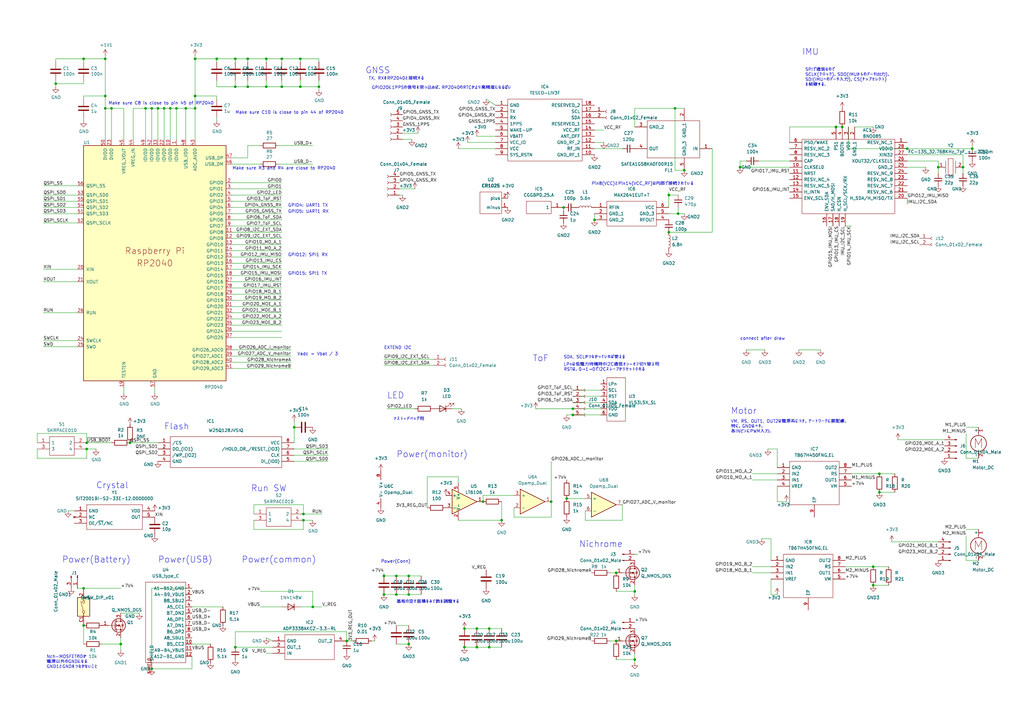
<source format=kicad_sch>
(kicad_sch (version 20211123) (generator eeschema)
  (paper "A3")
  (title_block (title "tanekonsat_2022_auto_runback") (company "DERC CanSat PJ") (comment 1 "Akio M"))
  (junction (at 205.74 213.36))
  (junction (at 190.5 265.43))
  (junction (at 43.18 24.13))
  (junction (at 231.14 85.09))
  (junction (at 360.68 201.93))
  (junction (at 142.24 262.89))
  (junction (at 190.5 257.81))
  (junction (at 195.58 265.43))
  (junction (at 109.22 35.56))
  (junction (at 22.86 34.29))
  (junction (at 101.6 24.13))
  (junction (at 167.64 264.16))
  (junction (at 130.81 35.56))
  (junction (at 303.53 68.58))
  (junction (at 59.69 44.45))
  (junction (at 80.01 44.45))
  (junction (at 195.58 257.81))
  (junction (at 53.34 181.61))
  (junction (at 198.12 205.74))
  (junction (at 157.48 236.22))
  (junction (at 88.9 24.13))
  (junction (at 278.13 87.63))
  (junction (at 358.14 240.03))
  (junction (at 358.14 232.41))
  (junction (at 200.66 265.43))
  (junction (at 162.56 243.84))
  (junction (at 34.29 256.54))
  (junction (at 200.66 257.81))
  (junction (at 80.01 24.13))
  (junction (at 128.27 248.92))
  (junction (at 232.41 204.47))
  (junction (at 43.18 44.45))
  (junction (at 124.46 210.82))
  (junction (at 280.67 69.85))
  (junction (at 167.64 243.84))
  (junction (at 167.64 236.22))
  (junction (at 109.22 24.13))
  (junction (at 123.19 35.56))
  (junction (at 226.06 205.74))
  (junction (at 157.48 243.84))
  (junction (at 260.35 242.57))
  (junction (at 115.57 35.56))
  (junction (at 34.29 24.13))
  (junction (at 96.52 24.13))
  (junction (at 260.35 270.51))
  (junction (at 64.77 44.45))
  (junction (at 398.78 60.96))
  (junction (at 234.95 167.64))
  (junction (at 62.23 44.45))
  (junction (at 62.23 274.32))
  (junction (at 345.44 52.07))
  (junction (at 274.32 95.25))
  (junction (at 115.57 24.13))
  (junction (at 96.52 35.56))
  (junction (at 43.18 39.37))
  (junction (at 342.9 52.07))
  (junction (at 72.39 44.45))
  (junction (at 120.65 175.26))
  (junction (at 372.11 60.96))
  (junction (at 35.56 184.15))
  (junction (at 76.2 44.45))
  (junction (at 276.86 44.45))
  (junction (at 243.84 90.17))
  (junction (at 34.29 241.3))
  (junction (at 69.85 44.45))
  (junction (at 274.32 80.01))
  (junction (at 123.19 24.13))
  (junction (at 252.73 234.95))
  (junction (at 96.52 265.43))
  (junction (at 124.46 213.36))
  (junction (at 394.97 68.58))
  (junction (at 162.56 236.22))
  (junction (at 49.53 264.16))
  (junction (at 234.95 170.18))
  (junction (at 67.31 44.45))
  (junction (at 384.81 68.58))
  (junction (at 45.72 44.45))
  (junction (at 252.73 262.89))
  (junction (at 80.01 39.37))
  (junction (at 35.56 181.61))
  (junction (at 360.68 194.31))
  (junction (at 101.6 35.56))
  (wire (pts (xy 17.78 110.49) (xy 31.75 110.49)))
  (wire (pts (xy 78.74 241.3) (xy 62.23 241.3)))
  (wire (pts (xy 274.32 80.01) (xy 274.32 85.09)))
  (wire (pts (xy 80.01 22.86) (xy 80.01 24.13)))
  (wire (pts (xy 308.61 196.85) (xy 318.77 196.85)))
  (wire (pts (xy 101.6 25.4) (xy 101.6 24.13)))
  (wire (pts (xy 104.14 217.17) (xy 104.14 213.36)))
  (wire (pts (xy 95.25 118.11) (xy 115.57 118.11)))
  (wire (pts (xy 96.52 35.56) (xy 88.9 35.56)))
  (wire (pts (xy 35.56 177.8) (xy 15.24 177.8)))
  (wire (pts (xy 95.25 85.09) (xy 115.57 85.09)))
  (wire (pts (xy 250.19 234.95) (xy 252.73 234.95)))
  (wire (pts (xy 195.58 257.81) (xy 200.66 257.81)))
  (wire (pts (xy 50.8 158.75) (xy 50.8 161.29)))
  (wire (pts (xy 27.94 209.55) (xy 30.48 209.55)))
  (wire (pts (xy 187.96 213.36) (xy 205.74 213.36)))
  (wire (pts (xy 15.24 177.8) (xy 15.24 181.61)))
  (wire (pts (xy 96.52 33.02) (xy 96.52 35.56)))
  (wire (pts (xy 167.64 243.84) (xy 172.72 243.84)))
  (wire (pts (xy 128.27 248.92) (xy 132.08 248.92)))
  (wire (pts (xy 50.8 57.15) (xy 50.8 44.45)))
  (wire (pts (xy 15.24 187.96) (xy 15.24 184.15)))
  (wire (pts (xy 247.65 58.42) (xy 243.84 58.42)))
  (wire (pts (xy 226.06 205.74) (xy 226.06 212.09)))
  (wire (pts (xy 308.61 234.95) (xy 316.23 234.95)))
  (wire (pts (xy 349.25 194.31) (xy 360.68 194.31)))
  (wire (pts (xy 255.27 207.01) (xy 255.27 213.36)))
  (wire (pts (xy 31.75 115.57) (xy 17.78 115.57)))
  (wire (pts (xy 187.96 195.58) (xy 175.26 195.58)))
  (wire (pts (xy 69.85 57.15) (xy 69.85 44.45)))
  (wire (pts (xy 195.58 265.43) (xy 200.66 265.43)))
  (wire (pts (xy 114.3 59.69) (xy 128.27 59.69)))
  (wire (pts (xy 128.27 213.36) (xy 124.46 213.36)))
  (wire (pts (xy 191.77 58.42) (xy 203.2 58.42)))
  (wire (pts (xy 278.13 85.09) (xy 278.13 87.63)))
  (wire (pts (xy 109.22 24.13) (xy 115.57 24.13)))
  (wire (pts (xy 396.24 177.8) (xy 396.24 187.96)))
  (wire (pts (xy 49.53 266.7) (xy 49.53 264.16)))
  (wire (pts (xy 96.52 24.13) (xy 101.6 24.13)))
  (wire (pts (xy 170.18 77.47) (xy 163.83 77.47)))
  (wire (pts (xy 67.31 57.15) (xy 67.31 44.45)))
  (wire (pts (xy 232.41 204.47) (xy 240.03 204.47)))
  (wire (pts (xy 31.75 76.2) (xy 17.78 76.2)))
  (wire (pts (xy 96.52 25.4) (xy 96.52 24.13)))
  (wire (pts (xy 177.8 147.32) (xy 157.48 147.32)))
  (wire (pts (xy 226.06 212.09) (xy 210.82 212.09)))
  (wire (pts (xy 234.95 162.56) (xy 246.38 162.56)))
  (wire (pts (xy 124.46 213.36) (xy 124.46 217.17)))
  (wire (pts (xy 306.07 66.04) (xy 303.53 66.04)))
  (wire (pts (xy 43.18 39.37) (xy 43.18 44.45)))
  (wire (pts (xy 398.78 59.69) (xy 398.78 60.96)))
  (wire (pts (xy 171.45 54.61) (xy 165.1 54.61)))
  (wire (pts (xy 303.53 68.58) (xy 323.85 68.58)))
  (wire (pts (xy 134.62 184.15) (xy 120.65 184.15)))
  (wire (pts (xy 88.9 48.26) (xy 88.9 49.53)))
  (wire (pts (xy 35.56 181.61) (xy 35.56 177.8)))
  (wire (pts (xy 198.12 203.2) (xy 198.12 205.74)))
  (wire (pts (xy 62.23 57.15) (xy 62.23 44.45)))
  (wire (pts (xy 177.8 149.86) (xy 157.48 149.86)))
  (wire (pts (xy 278.13 87.63) (xy 274.32 87.63)))
  (wire (pts (xy 76.2 57.15) (xy 76.2 44.45)))
  (wire (pts (xy 101.6 59.69) (xy 101.6 64.77)))
  (wire (pts (xy 316.23 220.98) (xy 312.42 220.98)))
  (wire (pts (xy 372.11 60.96) (xy 398.78 60.96)))
  (wire (pts (xy 132.08 210.82) (xy 124.46 210.82)))
  (wire (pts (xy 260.35 270.51) (xy 260.35 267.97)))
  (wire (pts (xy 234.95 160.02) (xy 246.38 160.02)))
  (wire (pts (xy 318.77 205.74) (xy 322.58 205.74)))
  (wire (pts (xy 120.65 172.72) (xy 120.65 175.26)))
  (wire (pts (xy 101.6 35.56) (xy 109.22 35.56)))
  (wire (pts (xy 95.25 113.03) (xy 115.57 113.03)))
  (wire (pts (xy 115.57 33.02) (xy 115.57 35.56)))
  (wire (pts (xy 34.29 39.37) (xy 43.18 39.37)))
  (wire (pts (xy 45.72 44.45) (xy 43.18 44.45)))
  (wire (pts (xy 95.25 64.77) (xy 101.6 64.77)))
  (wire (pts (xy 360.68 194.31) (xy 367.03 194.31)))
  (wire (pts (xy 57.15 251.46) (xy 49.53 251.46)))
  (wire (pts (xy 34.29 256.54) (xy 34.29 264.16)))
  (wire (pts (xy 109.22 261.62) (xy 111.76 262.89)))
  (wire (pts (xy 231.14 86.36) (xy 231.14 85.09)))
  (wire (pts (xy 350.52 52.07) (xy 358.14 52.07)))
  (wire (pts (xy 124.46 207.01) (xy 124.46 210.82)))
  (wire (pts (xy 95.25 90.17) (xy 115.57 90.17)))
  (wire (pts (xy 123.19 35.56) (xy 130.81 35.56)))
  (wire (pts (xy 318.77 199.39) (xy 318.77 205.74)))
  (wire (pts (xy 80.01 39.37) (xy 80.01 44.45)))
  (wire (pts (xy 120.65 175.26) (xy 120.65 181.61)))
  (wire (pts (xy 95.25 143.51) (xy 119.38 143.51)))
  (wire (pts (xy 43.18 24.13) (xy 43.18 39.37)))
  (wire (pts (xy 72.39 44.45) (xy 76.2 44.45)))
  (wire (pts (xy 80.01 39.37) (xy 88.9 39.37)))
  (wire (pts (xy 205.74 213.36) (xy 205.74 205.74)))
  (wire (pts (xy 243.84 60.96) (xy 255.27 60.96)))
  (wire (pts (xy 96.52 259.08) (xy 142.24 259.08)))
  (wire (pts (xy 114.3 67.31) (xy 128.27 67.31)))
  (wire (pts (xy 189.23 167.64) (xy 185.42 167.64)))
  (wire (pts (xy 165.1 80.01) (xy 163.83 80.01)))
  (wire (pts (xy 115.57 25.4) (xy 115.57 24.13)))
  (wire (pts (xy 130.81 25.4) (xy 130.81 24.13)))
  (wire (pts (xy 76.2 44.45) (xy 80.01 44.45)))
  (wire (pts (xy 43.18 22.86) (xy 43.18 24.13)))
  (wire (pts (xy 128.27 242.57) (xy 128.27 248.92)))
  (wire (pts (xy 63.5 158.75) (xy 63.5 161.29)))
  (wire (pts (xy 167.64 236.22) (xy 172.72 236.22)))
  (wire (pts (xy 240.03 209.55) (xy 240.03 213.36)))
  (wire (pts (xy 123.19 25.4) (xy 123.19 24.13)))
  (wire (pts (xy 210.82 203.2) (xy 198.12 203.2)))
  (wire (pts (xy 396.24 175.26) (xy 401.32 175.26)))
  (wire (pts (xy 368.3 180.34) (xy 387.35 180.34)))
  (wire (pts (xy 95.25 67.31) (xy 106.68 67.31)))
  (wire (pts (xy 22.86 25.4) (xy 22.86 24.13)))
  (wire (pts (xy 157.48 234.95) (xy 157.48 236.22)))
  (wire (pts (xy 372.11 68.58) (xy 379.73 68.58)))
  (wire (pts (xy 187.96 195.58) (xy 187.96 198.12)))
  (wire (pts (xy 101.6 35.56) (xy 96.52 35.56)))
  (wire (pts (xy 67.31 44.45) (xy 69.85 44.45)))
  (wire (pts (xy 64.77 44.45) (xy 67.31 44.45)))
  (wire (pts (xy 35.56 187.96) (xy 15.24 187.96)))
  (wire (pts (xy 95.25 146.05) (xy 119.38 146.05)))
  (wire (pts (xy 260.35 52.07) (xy 260.35 44.45)))
  (wire (pts (xy 162.56 264.16) (xy 167.64 264.16)))
  (wire (pts (xy 396.24 229.87) (xy 401.32 229.87)))
  (wire (pts (xy 62.23 241.3) (xy 62.23 274.32)))
  (wire (pts (xy 95.25 135.89) (xy 115.57 135.89)))
  (wire (pts (xy 124.46 207.01) (xy 104.14 207.01)))
  (wire (pts (xy 80.01 24.13) (xy 80.01 39.37)))
  (wire (pts (xy 17.78 87.63) (xy 31.75 87.63)))
  (wire (pts (xy 210.82 212.09) (xy 210.82 208.28)))
  (wire (pts (xy 62.23 44.45) (xy 64.77 44.45)))
  (wire (pts (xy 124.46 217.17) (xy 104.14 217.17)))
  (wire (pts (xy 88.9 25.4) (xy 88.9 24.13)))
  (wire (pts (xy 59.69 57.15) (xy 59.69 44.45)))
  (wire (pts (xy 95.25 105.41) (xy 115.57 105.41)))
  (wire (pts (xy 22.86 34.29) (xy 34.29 34.29)))
  (wire (pts (xy 115.57 35.56) (xy 123.19 35.56)))
  (wire (pts (xy 318.77 184.15) (xy 314.96 184.15)))
  (wire (pts (xy 34.29 48.26) (xy 34.29 49.53)))
  (wire (pts (xy 101.6 33.02) (xy 101.6 35.56)))
  (wire (pts (xy 234.95 167.64) (xy 246.38 167.64)))
  (wire (pts (xy 34.29 34.29) (xy 34.29 33.02)))
  (wire (pts (xy 106.68 242.57) (xy 128.27 242.57)))
  (wire (pts (xy 162.56 243.84) (xy 167.64 243.84)))
  (wire (pts (xy 104.14 207.01) (xy 104.14 210.82)))
  (wire (pts (xy 17.78 80.01) (xy 31.75 80.01)))
  (wire (pts (xy 95.25 87.63) (xy 115.57 87.63)))
  (wire (pts (xy 316.23 229.87) (xy 316.23 220.98)))
  (wire (pts (xy 95.25 128.27) (xy 115.57 128.27)))
  (wire (pts (xy 96.52 265.43) (xy 96.52 259.08)))
  (wire (pts (xy 292.1 60.96) (xy 292.1 95.25)))
  (wire (pts (xy 72.39 44.45) (xy 72.39 57.15)))
  (wire (pts (xy 168.91 57.15) (xy 165.1 57.15)))
  (wire (pts (xy 91.44 248.92) (xy 78.74 248.92)))
  (wire (pts (xy 101.6 59.69) (xy 106.68 59.69)))
  (wire (pts (xy 88.9 24.13) (xy 96.52 24.13)))
  (wire (pts (xy 39.37 184.15) (xy 35.56 184.15)))
  (wire (pts (xy 80.01 44.45) (xy 80.01 57.15)))
  (wire (pts (xy 358.14 232.41) (xy 364.49 232.41)))
  (wire (pts (xy 78.74 264.16) (xy 86.36 264.16)))
  (wire (pts (xy 95.25 100.33) (xy 115.57 100.33)))
  (wire (pts (xy 41.91 264.16) (xy 49.53 264.16)))
  (wire (pts (xy 31.75 91.44) (xy 17.78 91.44)))
  (wire (pts (xy 45.72 181.61) (xy 35.56 181.61)))
  (wire (pts (xy 95.25 148.59) (xy 119.38 148.59)))
  (wire (pts (xy 396.24 217.17) (xy 401.32 217.17)))
  (wire (pts (xy 394.97 71.12) (xy 394.97 68.58)))
  (wire (pts (xy 372.11 63.5) (xy 394.97 63.5)))
  (wire (pts (xy 95.25 97.79) (xy 115.57 97.79)))
  (wire (pts (xy 109.22 24.13) (xy 109.22 25.4)))
  (wire (pts (xy 303.53 66.04) (xy 303.53 68.58)))
  (wire (pts (xy 109.22 35.56) (xy 115.57 35.56)))
  (wire (pts (xy 276.86 69.85) (xy 276.86 44.45)))
  (wire (pts (xy 34.29 241.3) (xy 31.75 241.3)))
  (wire (pts (xy 95.25 92.71) (xy 115.57 92.71)))
  (wire (pts (xy 394.97 63.5) (xy 394.97 68.58)))
  (wire (pts (xy 234.95 165.1) (xy 246.38 165.1)))
  (wire (pts (xy 22.86 33.02) (xy 22.86 34.29)))
  (wire (pts (xy 280.67 87.63) (xy 278.13 87.63)))
  (wire (pts (xy 31.75 142.24) (xy 17.78 142.24)))
  (wire (pts (xy 346.71 232.41) (xy 358.14 232.41)))
  (wire (pts (xy 255.27 213.36) (xy 240.03 213.36)))
  (wire (pts (xy 260.35 243.84) (xy 260.35 242.57)))
  (wire (pts (xy 106.68 248.92) (xy 115.57 248.92)))
  (wire (pts (xy 195.58 55.88) (xy 203.2 55.88)))
  (wire (pts (xy 347.98 60.96) (xy 372.11 60.96)))
  (wire (pts (xy 95.25 80.01) (xy 115.57 80.01)))
  (wire (pts (xy 316.23 237.49) (xy 316.23 243.84)))
  (wire (pts (xy 142.24 259.08) (xy 142.24 262.89)))
  (wire (pts (xy 187.96 60.96) (xy 203.2 60.96)))
  (wire (pts (xy 95.25 95.25) (xy 115.57 95.25)))
  (wire (pts (xy 95.25 123.19) (xy 115.57 123.19)))
  (wire (pts (xy 384.81 66.04) (xy 372.11 66.04)))
  (wire (pts (xy 88.9 33.02) (xy 88.9 35.56)))
  (wire (pts (xy 274.32 78.74) (xy 274.32 80.01)))
  (wire (pts (xy 157.48 236.22) (xy 162.56 236.22)))
  (wire (pts (xy 342.9 52.07) (xy 345.44 52.07)))
  (wire (pts (xy 123.19 248.92) (xy 128.27 248.92)))
  (wire (pts (xy 34.29 40.64) (xy 34.29 39.37)))
  (wire (pts (xy 199.39 40.64) (xy 203.2 43.18)))
  (wire (pts (xy 80.01 24.13) (xy 88.9 24.13)))
  (wire (pts (xy 327.66 143.51) (xy 336.55 143.51)))
  (wire (pts (xy 95.25 74.93) (xy 115.57 74.93)))
  (wire (pts (xy 190.5 265.43) (xy 195.58 265.43)))
  (wire (pts (xy 175.26 195.58) (xy 175.26 208.28)))
  (wire (pts (xy 17.78 82.55) (xy 31.75 82.55)))
  (wire (pts (xy 31.75 139.7) (xy 17.78 139.7)))
  (wire (pts (xy 88.9 40.64) (xy 88.9 39.37)))
  (wire (pts (xy 101.6 24.13) (xy 109.22 24.13)))
  (wire (pts (xy 226.06 189.23) (xy 226.06 205.74)))
  (wire (pts (xy 95.25 133.35) (xy 115.57 133.35)))
  (wire (pts (xy 95.25 110.49) (xy 115.57 110.49)))
  (wire (pts (xy 200.66 265.43) (xy 205.74 265.43)))
  (wire (pts (xy 162.56 236.22) (xy 167.64 236.22)))
  (wire (pts (xy 252.73 242.57) (xy 260.35 242.57)))
  (wire (pts (xy 260.35 44.45) (xy 276.86 44.45)))
  (wire (pts (xy 396.24 219.71) (xy 396.24 229.87)))
  (wire (pts (xy 349.25 92.71) (xy 346.71 92.71)))
  (wire (pts (xy 323.85 52.07) (xy 342.9 52.07)))
  (wire (pts (xy 17.78 85.09) (xy 31.75 85.09)))
  (wire (pts (xy 45.72 57.15) (xy 45.72 44.45)))
  (wire (pts (xy 50.8 44.45) (xy 45.72 44.45)))
  (wire (pts (xy 384.81 68.58) (xy 384.81 66.04)))
  (wire (pts (xy 372.11 81.28) (xy 372.11 83.82)))
  (wire (pts (xy 43.18 44.45) (xy 43.18 57.15)))
  (wire (pts (xy 69.85 44.45) (xy 72.39 44.45)))
  (wire (pts (xy 54.61 57.15) (xy 54.61 44.45)))
  (wire (pts (xy 232.41 170.18) (xy 234.95 170.18)))
  (wire (pts (xy 95.25 82.55) (xy 115.57 82.55)))
  (wire (pts (xy 234.95 170.18) (xy 246.38 170.18)))
  (wire (pts (xy 123.19 33.02) (xy 123.19 35.56)))
  (wire (pts (xy 78.74 269.24) (xy 78.74 274.32)))
  (wire (pts (xy 250.19 262.89) (xy 252.73 262.89)))
  (wire (pts (xy 54.61 44.45) (xy 59.69 44.45)))
  (wire (pts (xy 358.14 240.03) (xy 364.49 240.03)))
  (wire (pts (xy 134.62 189.23) (xy 120.65 189.23)))
  (wire (pts (xy 308.61 194.31) (xy 318.77 194.31)))
  (wire (pts (xy 384.81 71.12) (xy 384.81 68.58)))
  (wire (pts (xy 95.25 138.43) (xy 115.57 138.43)))
  (wire (pts (xy 95.25 115.57) (xy 115.57 115.57)))
  (wire (pts (xy 261.62 227.33) (xy 260.35 227.33)))
  (wire (pts (xy 34.29 25.4) (xy 34.29 24.13)))
  (wire (pts (xy 316.23 243.84) (xy 318.77 243.84)))
  (wire (pts (xy 311.15 66.04) (xy 323.85 66.04)))
  (wire (pts (xy 243.84 87.63) (xy 243.84 90.17)))
  (wire (pts (xy 95.25 77.47) (xy 115.57 77.47)))
  (wire (pts (xy 49.53 241.3) (xy 34.29 241.3)))
  (wire (pts (xy 31.75 128.27) (xy 17.78 128.27)))
  (wire (pts (xy 95.25 102.87) (xy 115.57 102.87)))
  (wire (pts (xy 115.57 24.13) (xy 123.19 24.13)))
  (wire (pts (xy 142.24 262.89) (xy 144.78 262.89)))
  (wire (pts (xy 157.48 243.84) (xy 162.56 243.84)))
  (wire (pts (xy 22.86 24.13) (xy 34.29 24.13)))
  (wire (pts (xy 308.61 232.41) (xy 316.23 232.41)))
  (wire (pts (xy 162.56 256.54) (xy 167.64 256.54)))
  (wire (pts (xy 78.74 274.32) (xy 62.23 274.32)))
  (wire (pts (xy 130.81 33.02) (xy 130.81 35.56)))
  (wire (pts (xy 274.32 95.25) (xy 292.1 95.25)))
  (wire (pts (xy 123.19 24.13) (xy 130.81 24.13)))
  (wire (pts (xy 260.35 242.57) (xy 260.35 240.03)))
  (wire (pts (xy 347.98 52.07) (xy 347.98 60.96)))
  (wire (pts (xy 365.76 222.25) (xy 384.81 222.25)))
  (wire (pts (xy 247.65 53.34) (xy 243.84 53.34)))
  (wire (pts (xy 219.71 167.64) (xy 234.95 167.64)))
  (wire (pts (xy 130.81 35.56) (xy 130.81 36.83)))
  (wire (pts (xy 35.56 184.15) (xy 35.56 187.96)))
  (wire (pts (xy 22.86 34.29) (xy 22.86 35.56)))
  (wire (pts (xy 109.22 267.97) (xy 111.76 267.97)))
  (wire (pts (xy 95.25 130.81) (xy 115.57 130.81)))
  (wire (pts (xy 280.67 69.85) (xy 276.86 69.85)))
  (wire (pts (xy 274.32 80.01) (xy 278.13 80.01)))
  (wire (pts (xy 190.5 257.81) (xy 195.58 257.81)))
  (wire (pts (xy 260.35 271.78) (xy 260.35 270.51)))
  (wire (pts (xy 49.53 264.16) (xy 49.53 261.62)))
  (wire (pts (xy 96.52 265.43) (xy 111.76 265.43)))
  (wire (pts (xy 53.34 181.61) (xy 64.77 181.61)))
  (wire (pts (xy 153.67 262.89) (xy 152.4 262.89)))
  (wire (pts (xy 323.85 58.42) (xy 323.85 52.07)))
  (wire (pts (xy 34.29 24.13) (xy 43.18 24.13)))
  (wire (pts (xy 95.25 120.65) (xy 115.57 120.65)))
  (wire (pts (xy 360.68 201.93) (xy 367.03 201.93)))
  (wire (pts (xy 109.22 33.02) (xy 109.22 35.56)))
  (wire (pts (xy 95.25 125.73) (xy 115.57 125.73)))
  (wire (pts (xy 252.73 270.51) (xy 260.35 270.51)))
  (wire (pts (xy 95.25 107.95) (xy 115.57 107.95)))
  (wire (pts (xy 134.62 186.69) (xy 120.65 186.69)))
  (wire (pts (xy 306.07 143.51) (xy 313.69 143.51)))
  (wire (pts (xy 396.24 187.96) (xy 401.32 187.96)))
  (wire (pts (xy 200.66 257.81) (xy 205.74 257.81)))
  (wire (pts (xy 64.77 57.15) (xy 64.77 44.45)))
  (wire (pts (xy 95.25 151.13) (xy 119.38 151.13)))
  (wire (pts (xy 276.86 44.45) (xy 280.67 44.45)))
  (wire (pts (xy 158.75 167.64) (xy 170.18 167.64)))
  (wire (pts (xy 318.77 191.77) (xy 318.77 184.15)))
  (wire (pts (xy 59.69 44.45) (xy 62.23 44.45)))
  (text "SPIで通信なので\nSCLK(クロック)，SDO(IMUからのデータ出力)，\nSDI(IMUへのデータ入力)，CS(チップセレクト)\nを結線する．" (at 330.2 35.56 0) (effects (font (size 1.27 1.27)) (justify left bottom)))
  (text "connect after draw" (at 303.53 139.7 0) (effects (font (size 1.27 1.27)) (justify left bottom)))
  (text "LPnは低電力待機時のI2C通信オン・オフ切り替え用\nRSTは，0→1→0でI2Cスレーブがリセットされる" (at 231.14 152.4 0) (effects (font (size 1.27 1.27)) (justify left bottom)))
  (text "SDA, SCLがつながっていれば使える" (at 231.14 147.32 0) (effects (font (size 1.27 1.27)) (justify left bottom)))
  (text "GPIO5: UART1 RX" (at 118.11 87.63 0) (effects (font (size 1.27 1.27)) (justify left bottom)))
  (text "EXTEND I2C" (at 157.48 143.51 0) (effects (font (size 1.27 1.27)) (justify left bottom)))
  (text "Power(Conn)" (at 156.21 231.14 0) (effects (font (size 1.27 1.27)) (justify left bottom)))
  (text "Power(monitor)" (at 162.56 187.96 0) (effects (font (size 2.54 2.54)) (justify left bottom)))
  (text "Nch-MOSFETのDが\n電源以外のGNDになる\nGND1とGNDをつながないこと" (at 19.05 274.32 0) (effects (font (size 1.27 1.27)) (justify left bottom)))
  (text "GNSS" (at 149.86 30.48 0) (effects (font (size 2.54 2.54)) (justify left bottom)))
  (text "Vadc = Vbat / 3" (at 121.92 146.05 0) (effects (font (size 1.27 1.27)) (justify left bottom)))
  (text "Make sure C10 is close to pin 44 of RP2040" (at 96.52 46.99 0) (effects (font (size 1.27 1.27)) (justify left bottom)))
  (text "Motor" (at 299.72 170.18 0) (effects (font (size 2.54 2.54)) (justify left bottom)))
  (text "LED" (at 158.75 163.83 0) (effects (font (size 2.54 2.54)) (justify left bottom)))
  (text "テスト・デバッグ用" (at 161.29 172.72 0) (effects (font (size 1.27 1.27)) (justify left bottom)))
  (text "Pin8(VCC)とPin14(VCC_RF)は内部で接続されている" (at 242.57 76.2 0) (effects (font (size 1.27 1.27)) (justify left bottom)))
  (text "Nichrome" (at 237.49 224.79 0) (effects (font (size 2.54 2.54)) (justify left bottom)))
  (text "Make sure R3 and R4 are close to RP2040" (at 95.25 69.85 0) (effects (font (size 1.27 1.27)) (justify left bottom)))
  (text "TX, RXをRP2040と接続する" (at 151.13 33.02 0) (effects (font (size 1.27 1.27)) (justify left bottom)))
  (text "GPIO20に1PPSの信号を突っ込めば，RP2040のRTCがより高精度になるぽい" (at 152.4 36.83 0) (effects (font (size 1.27 1.27)) (justify left bottom)))
  (text "Power(common)" (at 99.06 231.14 0) (effects (font (size 2.54 2.54)) (justify left bottom)))
  (text "ToF" (at 218.44 148.59 0) (effects (font (size 2.54 2.54)) (justify left bottom)))
  (text "基板の空き面積をみて数を調整する" (at 162.56 247.65 0) (effects (font (size 1.27 1.27)) (justify left bottom)))
  (text "VM, RS, OUT1, OUT2は電源系につき，アートワークに要配慮．\n特に，GNDはベタ．\n各INピンにPWM入力．" (at 299.72 177.8 0) (effects (font (size 1.27 1.27)) (justify left bottom)))
  (text "Flash" (at 67.31 176.53 0) (effects (font (size 2.54 2.54)) (justify left bottom)))
  (text "GPIO15: SPI1 TX" (at 118.11 113.03 0) (effects (font (size 1.27 1.27)) (justify left bottom)))
  (text "Make sure C8 is close to pin 45 of RP2040" (at 44.45 43.18 0) (effects (font (size 1.27 1.27)) (justify left bottom)))
  (text "GPIO12: SPI1 RX" (at 118.11 105.41 0) (effects (font (size 1.27 1.27)) (justify left bottom)))
  (text "Run SW" (at 102.87 201.93 0) (effects (font (size 2.56 2.56)) (justify left bottom)))
  (text "Power(Battery)" (at 25.4 231.14 0) (effects (font (size 2.54 2.54)) (justify left bottom)))
  (text "Crystal" (at 39.37 200.66 0) (effects (font (size 2.54 2.54)) (justify left bottom)))
  (text "GPIO4: UART1 TX" (at 118.11 85.09 0) (effects (font (size 1.27 1.27)) (justify left bottom)))
  (text "Power(USB)" (at 64.77 231.14 0) (effects (font (size 2.54 2.54)) (justify left bottom)))
  (text "IMU" (at 328.93 22.86 0) (effects (font (size 2.54 2.54)) (justify left bottom)))
  (label "GPIO17_IMU_RST" (at 323.85 71.12 180))
  (label "GPIO16_IMU_INT" (at 323.85 78.74 180))
  (label "GPIO4_GNSS_RX" (at 165.1 49.53 0))
  (label "+7V4" (at 106.68 242.57 180))
  (label "GPIO2_LED" (at 158.75 167.64 0))
  (label "GPIO4_GNSS_RX" (at 203.2 48.26 180))
  (label "GPIO1" (at 115.57 77.47 180))
  (label "GPIO2_LED" (at 115.57 80.01 180))
  (label "XIN" (at 63.5 212.09 0))
  (label "M1_PLUS" (at 396.24 175.26 180))
  (label "GPIO15_IMU_MOSI" (at 341.63 92.71 270))
  (label "GPIO5_GNSS_TX" (at 203.2 45.72 180))
  (label "GPIO6_ToF_SDA" (at 234.95 165.1 180))
  (label "XIN" (at 17.78 110.49 0))
  (label "GPIO6_ToF_SDA" (at 115.57 90.17 180))
  (label "GPIO29_NichromeB" (at 119.38 151.13 180))
  (label "GNSS_1PPS" (at 203.2 50.8 180))
  (label "QSPI_SCLK" (at 17.78 91.44 0))
  (label "GPIO18_MO_B_1" (at 308.61 234.95 180))
  (label "QSPI_SD2" (at 64.77 186.69 180))
  (label "+7V4" (at 260.35 255.27 0))
  (label "+7V4" (at 157.48 234.95 180))
  (label "USB_D+" (at 78.74 259.08 0))
  (label "GPIO11_MO_A_2" (at 308.61 194.31 180))
  (label "GPIO20_MOE_A_1" (at 115.57 125.73 180))
  (label "GPIO29_NichromeB" (at 242.57 262.89 180))
  (label "SWD" (at 17.78 142.24 0))
  (label "RUN" (at 17.78 128.27 0))
  (label "+7V4" (at 232.41 196.85 180))
  (label "GPIO12_IMU_MISO" (at 372.11 81.28 0))
  (label "+7V4" (at 261.62 227.33 0))
  (label "IMU_I2C_SCL" (at 377.19 100.33 180))
  (label "XOUT" (at 17.78 115.57 0))
  (label "GPIO28_NichromeA" (at 119.38 148.59 180))
  (label "GPIO5_GNSS_TX" (at 165.1 46.99 0))
  (label "GPIO8_I2C_EXT_SDA" (at 157.48 149.86 0))
  (label "GPIO20_MOE_A_1" (at 387.35 182.88 180))
  (label "VCC_RF" (at 247.65 53.34 0))
  (label "+7V4" (at 49.53 241.3 0))
  (label "VBUS" (at 78.74 243.84 0))
  (label "GPIO28_NichromeA" (at 242.57 234.95 180))
  (label "GPIO15_IMU_MOSI" (at 115.57 113.03 180))
  (label "GPIO27_ADC_V_monitor" (at 255.27 207.01 0))
  (label "GPIO27_ADC_V_monitor" (at 119.38 146.05 180))
  (label "QSPI_SS" (at 53.34 181.61 0))
  (label "IMU_I2C_SCL" (at 346.71 92.71 270))
  (label "USB_D-" (at 78.74 256.54 0))
  (label "VBUS" (at 106.68 248.92 180))
  (label "GPIO14_IMU_SCK" (at 115.57 110.49 180))
  (label "GPIO17_IMU_RST" (at 115.57 118.11 180))
  (label "GPIO11_MO_A_2" (at 115.57 102.87 180))
  (label "QSPI_SD1" (at 64.77 184.15 180))
  (label "QSPI_SD0" (at 17.78 80.01 0))
  (label "M2_MINUS" (at 396.24 219.71 180))
  (label "M2_PLUS" (at 346.71 229.87 0))
  (label "QSPI_SD3" (at 134.62 184.15 180))
  (label "GPIO26_ADC_I_monitor" (at 226.06 189.23 0))
  (label "GPIO14_IMU_SCK" (at 349.25 92.71 270))
  (label "GPIO9_I2C_EXT_SCL" (at 115.57 97.79 180))
  (label "+7V4" (at 162.56 256.54 180))
  (label "V_REG" (at 132.08 248.92 0))
  (label "QSPI_SCLK" (at 134.62 186.69 180))
  (label "QSPI_SD1" (at 17.78 82.55 0))
  (label "GPIO7_ToF_SCL" (at 234.95 160.02 180))
  (label "VBUS" (at 78.74 266.7 0))
  (label "IMU_I2C_SDA" (at 377.19 97.79 180))
  (label "GPIO3_ToF_RST" (at 115.57 82.55 180))
  (label "GPIO0" (at 115.57 74.93 180))
  (label "V_REG" (at 109.22 267.97 180))
  (label "GPIO26_ADC_I_monitor" (at 119.38 143.51 180))
  (label "3V3_REG_OUT" (at 175.26 208.28 180))
  (label "USB_D+" (at 128.27 59.69 180))
  (label "M2_PLUS" (at 396.24 217.17 180))
  (label "GPIO12_IMU_MISO" (at 115.57 105.41 180))
  (label "USB_D-" (at 78.74 251.46 0))
  (label "GPIO18_MO_B_1" (at 115.57 120.65 180))
  (label "GPIO10_MO_A_1" (at 115.57 100.33 180))
  (label "QSPI_SD2" (at 17.78 85.09 0))
  (label "M1_MINUS" (at 396.24 177.8 180))
  (label "GPIO22_MOE_A_2" (at 387.35 185.42 180))
  (label "GPIO16_IMU_INT" (at 115.57 115.57 180))
  (label "M1_MINUS" (at 349.25 196.85 0))
  (label "GPIO19_MO_B_2" (at 308.61 232.41 180))
  (label "+7V4" (at 346.71 237.49 0))
  (label "3V3_REG_OUT" (at 144.78 262.89 90))
  (label "GPIO9_I2C_EXT_SCL" (at 157.48 147.32 0))
  (label "GPIO13_IMU_CS" (at 344.17 92.71 270))
  (label "SWCLK" (at 17.78 139.7 0))
  (label "GPIO5_GNSS_TX" (at 115.57 87.63 180))
  (label "GPIO10_MO_A_1" (at 308.61 196.85 180))
  (label "+7V4" (at 349.25 199.39 0))
  (label "QSPI_SD3" (at 17.78 87.63 0))
  (label "~{USB_BOOT}" (at 35.56 181.61 0))
  (label "GNSS_1PPS" (at 165.1 52.07 0))
  (label "GPIO23_MOE_B_2" (at 384.81 227.33 180))
  (label "GPIO21_MOE_B_1" (at 384.81 224.79 180))
  (label "GPIO23_MOE_B_2" (at 115.57 133.35 180))
  (label "GPIO19_MO_B_2" (at 115.57 123.19 180))
  (label "QSPI_SD0" (at 134.62 189.23 180))
  (label "GPIO22_MOE_A_2" (at 115.57 130.81 180))
  (label "QSPI_SS" (at 17.78 76.2 0))
  (label "GPIO13_IMU_CS" (at 115.57 107.95 180))
  (label "GPIO21_MOE_B_1" (at 115.57 128.27 180))
  (label "USB_D+" (at 78.74 254 0))
  (label "GPIO7_ToF_SCL" (at 115.57 92.71 180))
  (label "GPIO3_ToF_RST" (at 234.95 162.56 180))
  (label "M2_MINUS" (at 346.71 234.95 0))
  (label "RUN" (at 132.08 210.82 180))
  (label "V_REG" (at 199.39 233.68 180))
  (label "IMU_I2C_SDA" (at 372.11 83.82 0))
  (label "VCC_RF" (at 274.32 78.74 0))
  (label "GPIO4_GNSS_RX" (at 163.83 74.93 0))
  (label "M1_PLUS" (at 349.25 191.77 0))
  (label "GPIO5_GNSS_TX" (at 163.83 72.39 0))
  (label "GPIO4_GNSS_RX" (at 115.57 85.09 180))
  (label "USB_D-" (at 128.27 67.31 180))
  (label "GPIO8_I2C_EXT_SDA" (at 115.57 95.25 180))
  (symbol (lib_id "power:GND") (at 64.77 189.23 0) (unit 1)
    (property "Reference" "#PWR012" (effects hide))
    (property "Value" "GND" (at 60.96 190.5 0))
  )
  (symbol (lib_id "Device:R") (at 232.41 200.66 180) (unit 1)
    (property "Reference" "R14" (at 234.95 199.3899 0) (effects (justify right)))
    (property "Value" "3k" (at 234.95 201.9299 0) (effects (justify right)))
    (property "Footprint" "Capacitor_SMD:C_0402_1005Metric" (effects hide))
  )
  (symbol (lib_id "power:+3V3") (at 80.01 22.86 0) (unit 1)
    (property "Reference" "#PWR015" (effects hide))
    (property "Value" "+3V3" (at 80.391 18.4658 0))
  )
  (symbol (lib_id "Device:C_Small") (at 96.52 267.97 0) (unit 1)
    (property "Reference" "C9" (at 99.06 266.7062 0) (effects (justify left)))
    (property "Value" "1u" (at 99.06 269.2462 0) (effects (justify left)))
    (property "Footprint" "Capacitor_SMD:C_0603_1608Metric" (effects hide))
    (property "LCSC" "C52923" (effects hide))
  )
  (symbol (lib_id "power:+3V3") (at 322.58 205.74 0) (unit 1)
    (property "Reference" "#PWR052" (effects hide))
    (property "Value" "+3V3" (at 321.31 207.01 0))
  )
  (symbol (lib_id "power:GND1") (at 29.21 241.3 0) (unit 1)
    (property "Reference" "#PWR03" (effects hide))
    (property "Value" "GND1" (at 26.67 243.84 0))
  )
  (symbol (lib_id "power:+3V3") (at 53.34 173.99 0) (unit 1)
    (property "Reference" "#PWR010" (effects hide))
    (property "Value" "+3V3" (at 57.15 172.72 0))
  )
  (symbol (lib_id "Device:R") (at 110.49 59.69 270) (unit 1)
    (property "Reference" "R5" (at 110.49 54.4322 90))
    (property "Value" "27" (at 110.49 56.7436 90))
    (property "Footprint" "Capacitor_SMD:C_0402_1005Metric" (effects hide))
    (property "LCSC" "C25771" (effects hide))
  )
  (symbol (lib_id "Device:R") (at 367.03 198.12 0) (mirror x) (unit 1)
    (property "Reference" "R20" (at 369.57 199.3901 0) (effects (justify left)))
    (property "Value" "R" (at 369.57 196.8501 0) (effects (justify left)))
    (property "Footprint" "Resistor_SMD:R_0603_1608Metric_Pad0.98x0.95mm_HandSolder" (effects hide))
  )
  (symbol (lib_id "power:+3V3") (at 368.3 180.34 0) (unit 1)
    (property "Reference" "#PWR064" (effects hide))
    (property "Value" "+3V3" (at 368.3 175.26 0))
  )
  (symbol (lib_id "power:GND") (at 260.35 243.84 0) (unit 1)
    (property "Reference" "#PWR046" (effects hide))
    (property "Value" "GND" (at 260.35 248.92 0))
  )
  (symbol (lib_id "Device:C") (at 205.74 261.62 0) (unit 1)
    (property "Reference" "C23" (at 209.55 260.3499 0) (effects (justify left)))
    (property "Value" "100u" (at 209.55 262.89 0) (effects (justify left)))
    (property "Footprint" "Capacitor_SMD:C_1206_3216Metric" (effects hide))
  )
  (symbol (lib_id "Device:C") (at 101.6 29.21 0) (unit 1)
    (property "Reference" "C10" (at 104.521 28.0416 0) (effects (justify left)))
    (property "Value" "100n" (at 104.521 30.353 0) (effects (justify left)))
    (property "Footprint" "Capacitor_SMD:C_0402_1005Metric" (effects hide))
    (property "LCSC" "C1525" (effects hide))
  )
  (symbol (lib_id "Device:R") (at 345.44 48.26 0) (unit 1)
    (property "Reference" "R11" (at 347.98 46.9899 0) (effects (justify left)))
    (property "Value" "10k" (at 347.98 49.5299 0) (effects (justify left)))
    (property "Footprint" "Capacitor_SMD:C_0402_1005Metric" (effects hide))
    (property "LCSC" "C25744" (effects hide))
  )
  (symbol (lib_name "Conn_01x02_Male_1") (lib_id "Connector:Conn_01x02_Male") (at 255.27 255.27 0) (unit 1)
    (property "Reference" "J4" (at 251.46 255.27 0))
    (property "Value" "Conn_01x02_Male" (at 246.38 257.81 0))
    (property "Footprint" "tanekonsat:PinHeader_1x02_P2.00mm_Vertical" (effects hide))
  )
  (symbol (lib_id "Device:LED") (at 181.61 167.64 180) (unit 1)
    (property "Reference" "D3" (at 183.1975 160.02 0))
    (property "Value" "LED" (at 183.1975 162.56 0))
    (property "Footprint" "Capacitor_SMD:C_0603_1608Metric" (effects hide))
  )
  (symbol (lib_id "power:GND") (at 91.44 256.54 0) (unit 1)
    (property "Reference" "#PWR0129" (effects hide))
    (property "Value" "GND" (at 88.9 256.54 0))
  )
  (symbol (lib_id "power:GND3") (at 314.96 184.15 0) (unit 1)
    (property "Reference" "#PWR053" (effects hide))
    (property "Value" "GND3" (at 309.88 186.69 0))
  )
  (symbol (lib_id "power:GND2") (at 168.91 57.15 0) (unit 1)
    (property "Reference" "#PWR0103" (effects hide))
    (property "Value" "GND2" (at 172.72 59.69 0))
  )
  (symbol (lib_id "SamacSys_Parts:CGGBPD.25.A") (at 231.14 85.09 180) (unit 1)
    (property "Reference" "IC5" (at 220.98 77.47 0))
    (property "Value" "CGGBPD.25.A" (at 220.98 80.01 0))
    (property "Footprint" "SamacSys_Parts:CGGBPD25A" (effects hide))
    (property "Datasheet" "https://cdn.taoglas.com/datasheets/CGGBP.25.4.A.02.pdf" (effects hide))
    (property "Description" "EVAL BOARD GPS/GLONASS/BEIDOU" (effects hide))
    (property "Height" "5.4" (effects hide))
    (property "Manufacturer_Name" "Taoglas" (effects hide))
    (property "Manufacturer_Part_Number" "CGGBPD.25.A" (effects hide))
    (property "Mouser Part Number" "960-CGGBPD.25.A" (effects hide))
    (property "Mouser Price/Stock" "https://www.mouser.co.uk/ProductDetail/Taoglas/CGGBPD25A?qs=gQGbhTXPkfgXlaXTNwnwuA%3D%3D" (effects hide))
  )
  (symbol (lib_id "Device:C") (at 157.48 240.03 0) (unit 1)
    (property "Reference" "C18" (at 161.29 238.7599 0) (effects (justify left)))
    (property "Value" "100u" (at 161.29 241.2999 0) (effects (justify left)))
    (property "Footprint" "Capacitor_SMD:C_1206_3216Metric" (effects hide))
  )
  (symbol (lib_id "power:GND") (at 189.23 167.64 0) (unit 1)
    (property "Reference" "#PWR038" (effects hide))
    (property "Value" "GND" (at 189.23 172.72 0))
  )
  (symbol (lib_id "Device:C") (at 195.58 261.62 0) (unit 1)
    (property "Reference" "C17" (at 199.39 260.3499 0) (effects (justify left)))
    (property "Value" "100u" (at 199.39 262.8899 0) (effects (justify left)))
    (property "Footprint" "Capacitor_SMD:C_1206_3216Metric" (effects hide))
  )
  (symbol (lib_id "Device:C") (at 190.5 261.62 0) (unit 1)
    (property "Reference" "C20" (at 194.31 260.3499 0) (effects (justify left)))
    (property "Value" "100u" (at 194.31 262.8899 0) (effects (justify left)))
    (property "Footprint" "Capacitor_SMD:C_1206_3216Metric" (effects hide))
  )
  (symbol (lib_id "SamacSys_Parts:SIT2001BI-S2-33E-12.000000D") (at 30.48 209.55 0) (unit 1)
    (property "Reference" "Y1" (at 46.99 201.93 0))
    (property "Value" "SIT2001BI-S2-33E-12.000000D" (at 46.99 204.47 0))
    (property "Footprint" "Package_TO_SOT_SMD:SOT-23-5" (effects hide))
    (property "Datasheet" "https://www.sitime.com/datasheet/SiT2001" (effects hide))
    (property "Description" "OSC MEMS 12.0000MHZ H/LVCMOS SMD" (effects hide))
    (property "Height" "1.45" (effects hide))
    (property "Manufacturer_Name" "SiTime" (effects hide))
    (property "Manufacturer_Part_Number" "SIT2001BI-S2-33E-12.000000D" (effects hide))
  )
  (symbol (lib_id "Device:C") (at 34.29 44.45 0) (unit 1)
    (property "Reference" "C4" (at 37.211 43.2816 0) (effects (justify left)))
    (property "Value" "1u" (at 37.211 45.593 0) (effects (justify left)))
    (property "Footprint" "Capacitor_SMD:C_0402_1005Metric" (effects hide))
    (property "LCSC" "C52923" (effects hide))
  )
  (symbol (lib_id "power:GND2") (at 165.1 80.01 0) (unit 1)
    (property "Reference" "#PWR0101" (effects hide))
    (property "Value" "GND2" (at 165.1 85.09 0))
  )
  (symbol (lib_id "Device:C") (at 34.29 29.21 0) (unit 1)
    (property "Reference" "C3" (at 37.211 28.0416 0) (effects (justify left)))
    (property "Value" "100n" (at 37.211 30.353 0) (effects (justify left)))
    (property "Footprint" "Capacitor_SMD:C_0603_1608Metric" (effects hide))
    (property "LCSC" "C1525" (effects hide))
  )
  (symbol (lib_id "power:+3V3") (at 398.78 59.69 0) (unit 1)
    (property "Reference" "#PWR0107" (effects hide))
    (property "Value" "+3V3" (at 398.78 54.61 0))
  )
  (symbol (lib_id "Device:R") (at 148.59 262.89 90) (unit 1)
    (property "Reference" "R10" (at 148.59 256.54 90))
    (property "Value" "0.01" (at 148.59 259.08 90))
    (property "Footprint" "Resistor_SMD:R_1206_3216Metric" (effects hide))
  )
  (symbol (lib_id "power:GND2") (at 231.14 91.44 0) (unit 1)
    (property "Reference" "#PWR042" (effects hide))
    (property "Value" "GND2" (at 231.14 96.52 0))
  )
  (symbol (lib_id "Device:R") (at 49.53 181.61 270) (unit 1)
    (property "Reference" "R2" (at 49.53 176.3522 90))
    (property "Value" "1k" (at 49.53 178.6636 90))
    (property "Footprint" "Capacitor_SMD:C_0402_1005Metric" (effects hide))
    (property "LCSC" "C11702" (effects hide))
  )
  (symbol (lib_id "power:GND") (at 394.97 76.2 0) (unit 1)
    (property "Reference" "#PWR0113" (effects hide))
    (property "Value" "GND" (at 392.43 77.47 0))
  )
  (symbol (lib_id "Device:Q_NMOS_DGS") (at 257.81 234.95 0) (unit 1)
    (property "Reference" "Q2" (at 262.89 233.68 0) (effects (justify left)))
    (property "Value" "Q_NMOS_DGS" (at 262.89 236.22 0) (effects (justify left)))
    (property "Footprint" "SamacSys_Parts:SOT95P237X112-3N" (effects hide))
  )
  (symbol (lib_id "Device:C_Small") (at 394.97 73.66 0) (unit 1)
    (property "Reference" "C36" (at 397.51 72.3962 0) (effects (justify left)))
    (property "Value" "22p" (at 397.51 74.9362 0) (effects (justify left)))
    (property "Footprint" "Capacitor_SMD:C_0402_1005Metric" (effects hide))
    (property "LCSC" "C1555" (effects hide))
  )
  (symbol (lib_id "power:GND3") (at 387.35 187.96 0) (unit 1)
    (property "Reference" "#PWR0115" (effects hide))
    (property "Value" "GND3" (at 387.35 193.04 0))
  )
  (symbol (lib_id "Device:R") (at 86.36 267.97 0) (unit 1)
    (property "Reference" "R16" (at 88.9 266.6999 0) (effects (justify left)))
    (property "Value" "5.1k" (at 88.9 269.2399 0) (effects (justify left)))
    (property "Footprint" "Capacitor_SMD:C_0603_1608Metric" (effects hide))
  )
  (symbol (lib_id "Device:C_Small") (at 398.78 63.5 0) (unit 1)
    (property "Reference" "C37" (at 401.32 62.2362 0) (effects (justify left)))
    (property "Value" "100n" (at 401.32 64.7762 0) (effects (justify left)))
    (property "Footprint" "Capacitor_SMD:C_0402_1005Metric" (effects hide))
    (property "LCSC" "C1525" (effects hide))
  )
  (symbol (lib_id "power:GND") (at 34.29 49.53 0) (unit 1)
    (property "Reference" "#PWR04" (effects hide))
    (property "Value" "GND" (at 34.417 53.9242 0))
  )
  (symbol (lib_id "Device:C_Small") (at 384.81 73.66 0) (unit 1)
    (property "Reference" "C35" (at 387.35 72.3962 0) (effects (justify left)))
    (property "Value" "22p" (at 387.35 74.9362 0) (effects (justify left)))
    (property "Footprint" "Capacitor_SMD:C_0402_1005Metric" (effects hide))
    (property "LCSC" "C1555" (effects hide))
  )
  (symbol (lib_id "Connector:Conn_01x05_Female") (at 160.02 52.07 180) (unit 1)
    (property "Reference" "J9" (at 165.1 44.45 0) (effects (justify left)))
    (property "Value" "Conn_01x05_Female" (at 176.53 41.91 0) (effects (justify left)))
    (property "Footprint" "tanekonsat:PinHeader_1x05_P2.00mm_Vertical" (effects hide))
  )
  (symbol (lib_id "Device:C") (at 124.46 175.26 90) (unit 1)
    (property "Reference" "C14" (at 124.46 167.64 90))
    (property "Value" "100n" (at 124.46 170.18 90))
    (property "Footprint" "Capacitor_SMD:C_0402_1005Metric" (effects hide))
    (property "LCSC" "C1525" (effects hide))
  )
  (symbol (lib_id "tanekonsat:CR2032") (at 208.28 78.74 180) (unit 1)
    (property "Reference" "U2" (at 201.295 73.66 0))
    (property "Value" "CR1025" (at 201.295 76.2 0) (effects (font bold)))
    (property "Footprint" "tanekonsat:CR1025_Holder" (effects hide))
  )
  (symbol (lib_id "SamacSys_Parts:TB67H450FNG,EL") (at 316.23 229.87 0) (unit 1)
    (property "Reference" "IC8" (at 331.47 222.25 0))
    (property "Value" "TB67H450FNG,EL" (at 331.47 224.79 0))
    (property "Footprint" "SamacSys_Parts:SOIC127P600X175-9N" (effects hide))
    (property "Datasheet" "http://toshiba.semicon-storage.com/info/docget.jsp?did=65346&prodName=TB67H450FNG" (effects hide))
    (property "Description" "Motor / Motion / Ignition Controllers & Drivers Brushed Motor Driver IC, 50V, 3.5A, TSSOP8 Package, PB-FREE" (effects hide))
    (property "Height" "1.75" (effects hide))
    (property "Manufacturer_Name" "Toshiba" (effects hide))
    (property "Manufacturer_Part_Number" "TB67H450FNG,EL" (effects hide))
  )
  (symbol (lib_id "power:+3V3") (at 365.76 222.25 0) (unit 1)
    (property "Reference" "#PWR065" (effects hide))
    (property "Value" "+3V3" (at 365.76 217.17 0))
  )
  (symbol (lib_id "Device:R") (at 91.44 252.73 0) (unit 1)
    (property "Reference" "R17" (at 93.98 251.4599 0) (effects (justify left)))
    (property "Value" "5.1k" (at 93.98 253.9999 0) (effects (justify left)))
    (property "Footprint" "Capacitor_SMD:C_0603_1608Metric" (effects hide))
  )
  (symbol (lib_id "Device:Opamp_Dual") (at 158.75 200.66 0) (unit 3)
    (property "Reference" "U6" (at 157.48 199.3899 0) (effects (justify left)))
    (property "Value" "Opamp_Dual" (at 157.48 201.9299 0) (effects (justify left)))
    (property "Footprint" "Package_SO:SSOP-8_5.25x5.24mm_P1.27mm" (effects hide))
  )
  (symbol (lib_id "power:GND") (at 358.14 52.07 0) (unit 1)
    (property "Reference" "#PWR0108" (effects hide))
    (property "Value" "GND" (at 360.68 52.07 0))
  )
  (symbol (lib_id "power:+3V3") (at 187.96 60.96 0) (unit 1)
    (property "Reference" "#PWR031" (effects hide))
    (property "Value" "+3V3" (at 187.96 57.15 0))
  )
  (symbol (lib_id "SamacSys_Parts:ADP3338AKCZ-3.3-RL") (at 111.76 262.89 0) (unit 1)
    (property "Reference" "IC2" (at 127 255.27 0))
    (property "Value" "ADP3338AKCZ-3.3-RL" (at 127 257.81 0))
    (property "Footprint" "SamacSys_Parts:SOT230P700X180-4N" (effects hide))
    (property "Datasheet" "http://www.analog.com/media/en/technical-documentation/data-sheets/ADP3338.pdf" (effects hide))
    (property "Description" "LDO Voltage Regulator anyCAP 1A SOT223-3 Analog Devices ADP3338AKCZ-3.3-RL, LDO Voltage Regulator, 1.6A, 3.3 V +/-0.8%, 2.7  8 Vin, 3 + Tab-Pin SOT-223" (effects hide))
    (property "Height" "1.8" (effects hide))
    (property "Manufacturer_Name" "Analog Devices" (effects hide))
    (property "Manufacturer_Part_Number" "ADP3338AKCZ-3.3-RL" (effects hide))
    (property "Mouser Part Number" "584-ADP3338AKCZ3.3R" (effects hide))
    (property "Mouser Price/Stock" "https://www.mouser.co.uk/ProductDetail/Analog-Devices/ADP3338AKCZ-33-RL?qs=WIvQP4zGangPtIg4n%252B1tTA%3D%3D" (effects hide))
    (property "Arrow Part Number" "ADP3338AKCZ-3.3-RL" (effects hide))
    (property "Arrow Price/Stock" "https://www.arrow.com/en/products/adp3338akcz-3.3-rl/analog-devices?region=nac" (effects hide))
  )
  (symbol (lib_id "Device:C_Small") (at 278.13 82.55 0) (unit 1)
    (property "Reference" "C29" (at 280.67 81.2862 0) (effects (justify left)))
    (property "Value" "470p" (at 280.67 83.8262 0) (effects (justify left)))
    (property "Footprint" "Capacitor_SMD:C_0402_1005Metric" (effects hide))
    (property "LCSC" "C1537" (effects hide))
  )
  (symbol (lib_id "Device:R") (at 360.68 198.12 0) (mirror x) (unit 1)
    (property "Reference" "R18" (at 363.22 199.3901 0) (effects (justify left)))
    (property "Value" "R" (at 363.22 196.8501 0) (effects (justify left)))
    (property "Footprint" "Resistor_SMD:R_0603_1608Metric_Pad0.98x0.95mm_HandSolder" (effects hide))
  )
  (symbol (lib_id "Device:R") (at 364.49 236.22 0) (mirror x) (unit 1)
    (property "Reference" "R21" (at 367.03 237.4901 0) (effects (justify left)))
    (property "Value" "R" (at 367.03 234.9501 0) (effects (justify left)))
    (property "Footprint" "Resistor_SMD:R_0603_1608Metric_Pad0.98x0.95mm_HandSolder" (effects hide))
  )
  (symbol (lib_id "power:GND2") (at 274.32 102.87 0) (unit 1)
    (property "Reference" "#PWR049" (effects hide))
    (property "Value" "GND2" (at 274.32 107.95 0))
  )
  (symbol (lib_id "Device:C") (at 162.56 240.03 0) (unit 1)
    (property "Reference" "C21" (at 166.37 238.7599 0) (effects (justify left)))
    (property "Value" "100u" (at 166.37 241.2999 0) (effects (justify left)))
    (property "Footprint" "Capacitor_SMD:C_1206_3216Metric" (effects hide))
  )
  (symbol (lib_id "Connector:Conn_01x02_Male") (at 31.75 236.22 270) (unit 1)
    (property "Reference" "J1" (at 30.48 234.95 90))
    (property "Value" "Conn_01x02_Male" (at 22.86 242.57 0))
    (property "Footprint" "Connector_JST:JST_PH_S3B-PH-K_1x03_P2.00mm_Horizontal" (effects hide))
    (property "Datasheet" "~" (at 31.75 236.22 0))
  )
  (symbol (lib_id "power:GND") (at 379.73 68.58 0) (unit 1)
    (property "Reference" "#PWR0110" (effects hide))
    (property "Value" "GND" (at 379.73 73.66 0))
  )
  (symbol (lib_id "Connector:Conn_01x02_Female") (at 382.27 97.79 0) (unit 1)
    (property "Reference" "J12" (at 383.54 97.7899 0) (effects (justify left)))
    (property "Value" "Conn_01x02_Female" (at 383.54 100.3299 0) (effects (justify left)))
  )
  (symbol (lib_id "Device:R") (at 173.99 167.64 90) (unit 1)
    (property "Reference" "R7" (at 173.99 161.29 90))
    (property "Value" "1k" (at 173.99 163.83 90))
    (property "Footprint" "Capacitor_SMD:C_0603_1608Metric" (effects hide))
    (property "LCSC" "C11702" (effects hide))
  )
  (symbol (lib_id "power:+3V3") (at 171.45 54.61 0) (unit 1)
    (property "Reference" "#PWR0104" (effects hide))
    (property "Value" "+3V3" (at 167.64 53.34 0))
  )
  (symbol (lib_id "power:+3V3") (at 120.65 172.72 0) (unit 1)
    (property "Reference" "#PWR019" (effects hide))
    (property "Value" "+3V3" (at 121.031 168.3258 0))
  )
  (symbol (lib_id "Device:R") (at 232.41 208.28 180) (unit 1)
    (property "Reference" "R15" (at 234.95 207.0099 0) (effects (justify right)))
    (property "Value" "1k" (at 234.95 209.5499 0) (effects (justify right)))
    (property "Footprint" "Capacitor_SMD:C_0402_1005Metric" (effects hide))
  )
  (symbol (lib_id "Device:C_Small") (at 233.68 85.09 90) (unit 1)
    (property "Reference" "C25" (at 233.6863 78.74 90))
    (property "Value" "100p" (at 233.6863 81.28 90))
    (property "Footprint" "Capacitor_SMD:C_0402_1005Metric" (effects hide))
    (property "LCSC" "C1546" (effects hide))
  )
  (symbol (lib_id "power:GND1") (at 49.53 266.7 0) (unit 1)
    (property "Reference" "#PWR06" (effects hide))
    (property "Value" "GND1" (at 49.53 271.78 0))
  )
  (symbol (lib_id "Device:C") (at 172.72 240.03 0) (unit 1)
    (property "Reference" "C30" (at 176.53 238.7599 0) (effects (justify left)))
    (property "Value" "100u" (at 176.53 241.2999 0) (effects (justify left)))
    (property "Footprint" "Capacitor_SMD:C_1206_3216Metric" (effects hide))
  )
  (symbol (lib_id "SamacSys_Parts:SAFEA1G58KA0F00R15") (at 308.61 52.07 180) (unit 1)
    (property "Reference" "FL1" (at 276.1106 69.85 0) (effects (justify left)))
    (property "Value" "SAFEA1G58KA0F00R15" (at 276.1106 67.31 0) (effects (justify left)))
    (property "Footprint" "SamacSys_Parts:SAFEA1G58KA0F00R15" (effects hide))
    (property "Datasheet" "https://datasheet.lcsc.com/szlcsc/Murata-Electronics-SAFEA1G58KA0F00R15_C91641.pdf" (effects hide))
    (property "Description" "Signal Conditioning" (effects hide))
    (property "Height" "0.5" (effects hide))
    (property "Manufacturer_Name" "Murata Electronics" (effects hide))
    (property "Manufacturer_Part_Number" "SAFEA1G58KA0F00R15" (effects hide))
    (property "Mouser Part Number" "N/A" (effects hide))
    (property "Mouser Price/Stock" "https://www.mouser.co.uk/ProductDetail/Murata-Power-Solutions/SAFEA1G58KA0F00R15?qs=H5EaGE3Pc5kSHffIWWQS%252Bw%3D%3D" (effects hide))
    (property "LCSC" "C91641" (effects hide))
  )
  (symbol (lib_id "Device:R") (at 358.14 236.22 0) (mirror x) (unit 1)
    (property "Reference" "R19" (at 360.68 237.4901 0) (effects (justify left)))
    (property "Value" "R" (at 360.68 234.9501 0) (effects (justify left)))
    (property "Footprint" "Resistor_SMD:R_0603_1608Metric_Pad0.98x0.95mm_HandSolder" (effects hide))
  )
  (symbol (lib_id "power:GND2") (at 208.28 85.09 0) (unit 1)
    (property "Reference" "#PWR028" (effects hide))
    (property "Value" "GND2" (at 208.28 90.17 0))
  )
  (symbol (lib_id "Amplifier_Current:LT6106") (at 190.5 205.74 0) (unit 1)
    (property "Reference" "U5" (at 194.31 199.39 0))
    (property "Value" "LT6106" (at 194.31 201.93 0))
    (property "Footprint" "Package_TO_SOT_SMD:SOT-23-5" (effects hide))
    (property "Datasheet" "https://www.analog.com/media/en/technical-documentation/data-sheets/6106fb.pdf" (effects hide))
  )
  (symbol (lib_id "power:GND") (at 57.15 251.46 0) (unit 1)
    (property "Reference" "#PWR08" (effects hide))
    (property "Value" "GND" (at 53.34 252.73 0))
  )
  (symbol (lib_id "Device:L") (at 240.03 85.09 90) (unit 1)
    (property "Reference" "L1" (at 240.03 78.74 90))
    (property "Value" "5.6n" (at 240.03 81.28 90))
    (property "Footprint" "Capacitor_SMD:C_0402_1005Metric" (effects hide))
  )
  (symbol (lib_id "power:GND3") (at 358.14 240.03 0) (unit 1)
    (property "Reference" "#PWR060" (effects hide))
    (property "Value" "GND3" (at 358.14 245.11 0))
  )
  (symbol (lib_id "Device:C") (at 115.57 29.21 0) (unit 1)
    (property "Reference" "C12" (at 118.491 28.0416 0) (effects (justify left)))
    (property "Value" "100n" (at 118.491 30.353 0) (effects (justify left)))
    (property "Footprint" "Capacitor_SMD:C_0402_1005Metric" (effects hide))
    (property "LCSC" "C1525" (effects hide))
  )
  (symbol (lib_id "Diode:1N4148W") (at 119.38 248.92 180) (unit 1)
    (property "Reference" "D1" (at 119.38 242.57 0))
    (property "Value" "1N4148W" (at 119.38 245.11 0))
    (property "Footprint" "Diode_SMD:D_SOD-123" (effects hide))
    (property "Datasheet" "https://www.vishay.com/docs/85748/1n4148w.pdf" (effects hide))
  )
  (symbol (lib_id "power:GND") (at 398.78 66.04 0) (unit 1)
    (property "Reference" "#PWR0112" (effects hide))
    (property "Value" "GND" (at 398.78 71.12 0))
  )
  (symbol (lib_id "power:GND3") (at 167.64 264.16 0) (unit 1)
    (property "Reference" "#PWR0118" (effects hide))
    (property "Value" "GND3" (at 167.64 269.24 0))
  )
  (symbol (lib_id "SamacSys_Parts:SKRPACE010") (at 104.14 210.82 0) (unit 1)
    (property "Reference" "S2" (at 114.3 203.2 0))
    (property "Value" "SKRPACE010" (at 114.3 205.74 0))
    (property "Footprint" "SamacSys_Parts:SMT_4.2X3.2_" (effects hide))
    (property "Datasheet" "http://www.alps.com/prod/info/E/HTML/Tact/SurfaceMount/SKRP/SKRPACE010.html" (effects hide))
    (property "Description" "Tactile Switches 4.2x3.2x2.5mm 260gf" (effects hide))
    (property "Manufacturer_Name" "ALPS Electric" (effects hide))
    (property "Manufacturer_Part_Number" "SKRPACE010" (effects hide))
    (property "Mouser Part Number" "688-SKRPACE010" (effects hide))
    (property "Mouser Price/Stock" "https://www.mouser.co.uk/ProductDetail/Alps-Alpine/SKRPACE010?qs=dHDuPHwQO79W8iY66hDbLQ%3D%3D" (effects hide))
    (property "Arrow Part Number" "SKRPACE010" (effects hide))
    (property "Arrow Price/Stock" "https://www.arrow.com/en/products/skrpace010/alps-electric" (effects hide))
  )
  (symbol (lib_id "tanekonsat:USB_type_C") (at 62.23 271.78 0) (unit 1)
    (property "Reference" "U4" (at 67.945 233.68 0))
    (property "Value" "USB_type_C" (at 67.945 236.22 0))
    (property "Footprint" "tanekonsat:USB_typeC_t" (effects hide))
  )
  (symbol (lib_id "power:GND") (at 128.27 175.26 0) (unit 1)
    (property "Reference" "#PWR020" (effects hide))
    (property "Value" "GND" (at 128.27 180.34 0))
  )
  (symbol (lib_id "Device:R") (at 246.38 262.89 90) (unit 1)
    (property "Reference" "R22" (at 243.84 260.35 90))
    (property "Value" "1k" (at 247.65 260.35 90))
    (property "Footprint" "Capacitor_SMD:C_0402_1005Metric" (effects hide))
    (property "LCSC" "C11702" (effects hide))
  )
  (symbol (lib_id "power:GND") (at 384.81 76.2 0) (unit 1)
    (property "Reference" "#PWR0111" (effects hide))
    (property "Value" "GND" (at 382.27 77.47 0))
  )
  (symbol (lib_id "power:GND2") (at 243.84 90.17 0) (unit 1)
    (property "Reference" "#PWR044" (effects hide))
    (property "Value" "GND2" (at 243.84 95.25 0))
  )
  (symbol (lib_id "power:GND2") (at 327.66 143.51 0) (unit 1)
    (property "Reference" "#PWR0126" (effects hide))
    (property "Value" "GND2" (at 327.66 148.59 0))
  )
  (symbol (lib_id "power:+3V3") (at 156.21 193.04 0) (unit 1)
    (property "Reference" "#PWR0121" (effects hide))
    (property "Value" "+3V3" (at 156.21 187.96 0))
  )
  (symbol (lib_id "Device:C") (at 88.9 29.21 0) (unit 1)
    (property "Reference" "C6" (at 91.821 28.0416 0) (effects (justify left)))
    (property "Value" "100n" (at 91.821 30.353 0) (effects (justify left)))
    (property "Footprint" "Capacitor_SMD:C_0603_1608Metric" (effects hide))
    (property "LCSC" "C1525" (effects hide))
  )
  (symbol (lib_id "power:GND") (at 88.9 49.53 0) (unit 1)
    (property "Reference" "#PWR016" (effects hide))
    (property "Value" "GND" (at 89.027 53.9242 0))
  )
  (symbol (lib_id "power:GND") (at 109.22 261.62 0) (unit 1)
    (property "Reference" "#PWR018" (effects hide))
    (property "Value" "GND" (at 105.41 262.89 0))
  )
  (symbol (lib_id "Device:L") (at 274.32 99.06 0) (unit 1)
    (property "Reference" "L2" (at 275.59 97.7899 0) (effects (justify left)))
    (property "Value" "6.8n" (at 275.59 100.3299 0) (effects (justify left)))
    (property "Footprint" "Capacitor_SMD:C_0402_1005Metric" (effects hide))
  )
  (symbol (lib_id "Device:C") (at 200.66 261.62 0) (unit 1)
    (property "Reference" "C33" (at 204.47 260.3499 0) (effects (justify left)))
    (property "Value" "100u" (at 204.47 262.8899 0) (effects (justify left)))
    (property "Footprint" "Capacitor_SMD:C_1206_3216Metric" (effects hide))
  )
  (symbol (lib_id "power:GND3") (at 313.69 143.51 0) (unit 1)
    (property "Reference" "#PWR0124" (effects hide))
    (property "Value" "GND3" (at 313.69 148.59 0))
  )
  (symbol (lib_id "Device:R") (at 252.73 266.7 0) (unit 1)
    (property "Reference" "R23" (at 255.27 265.4299 0) (effects (justify left)))
    (property "Value" "10k" (at 255.27 267.9699 0) (effects (justify left)))
    (property "Footprint" "Capacitor_SMD:C_0402_1005Metric" (effects hide))
    (property "LCSC" "C25744" (effects hide))
  )
  (symbol (lib_id "Switch:SW_DIP_x01") (at 34.29 248.92 90) (unit 1)
    (property "Reference" "SW1" (at 33.0199 245.11 90) (effects (justify right)))
    (property "Value" "SW_DIP_x01" (at 35.5599 245.11 90) (effects (justify right)))
    (property "Footprint" "SamacSys_Parts:SSAJ120100" (effects hide))
  )
  (symbol (lib_id "Device:C_Small") (at 257.81 60.96 270) (unit 1)
    (property "Reference" "C27" (at 257.8036 54.61 90))
    (property "Value" "120p" (at 257.8036 57.15 90))
    (property "Footprint" "Capacitor_SMD:C_0402_1005Metric" (effects hide))
    (property "LCSC" "C307442" (effects hide))
  )
  (symbol (lib_id "SamacSys_Parts:BNO085") (at 323.85 58.42 0) (unit 1)
    (property "Reference" "AC1" (at 353.8094 53.34 0) (effects (justify left)))
    (property "Value" "BNO085" (at 353.8094 55.88 0) (effects (justify left)))
    (property "Footprint" "tanekonsat:BNO085" (effects hide))
    (property "Datasheet" "https://www.hillcrestlabs.com/downloads/bno080-datasheet" (effects hide))
    (property "Description" "IMU ACCEL/GYRO/MAG I2C 32BIT" (effects hide))
    (property "Height" "1.18" (effects hide))
    (property "Manufacturer_Name" "Hillcrest Laboratories, Inc." (effects hide))
    (property "Manufacturer_Part_Number" "BNO085" (effects hide))
  )
  (symbol (lib_id "Device:R") (at 179.07 208.28 90) (unit 1)
    (property "Reference" "R12" (at 179.07 201.93 90))
    (property "Value" "100" (at 179.07 204.47 90))
    (property "Footprint" "Capacitor_SMD:C_0603_1608Metric" (effects hide))
  )
  (symbol (lib_id "power:GND3") (at 360.68 201.93 0) (unit 1)
    (property "Reference" "#PWR059" (effects hide))
    (property "Value" "GND3" (at 360.68 207.01 0))
  )
  (symbol (lib_id "Device:C_Small") (at 231.14 88.9 0) (unit 1)
    (property "Reference" "C24" (at 233.68 87.6362 0) (effects (justify left)))
    (property "Value" "1p" (at 233.68 90.1762 0) (effects (justify left)))
    (property "Footprint" "Capacitor_SMD:C_0402_1005Metric" (effects hide))
    (property "LCSC" "C1550" (effects hide))
  )
  (symbol (lib_id "power:+3V3") (at 63.5 209.55 0) (unit 1)
    (property "Reference" "#PWR0117" (effects hide))
    (property "Value" "+3V3" (at 67.31 208.28 0))
  )
  (symbol (lib_id "power:+3V3") (at 153.67 262.89 0) (unit 1)
    (property "Reference" "#PWR0119" (effects hide))
    (property "Value" "+3V3" (at 153.67 257.81 0))
  )
  (symbol (lib_id "Motor:Motor_DC") (at 401.32 222.25 0) (unit 1)
    (property "Reference" "M2" (at 398.78 231.14 0) (effects (justify left)))
    (property "Value" "Motor_DC" (at 398.78 233.68 0) (effects (justify left)))
    (property "Footprint" "tanekonsat:PinHeader_1x02_P2.00mm_Vertical" (effects hide))
  )
  (symbol (lib_id "power:GND") (at 128.27 213.36 0) (unit 1)
    (property "Reference" "#PWR021" (effects hide))
    (property "Value" "GND" (at 128.397 217.7542 0))
  )
  (symbol (lib_id "power:GND") (at 157.48 243.84 0) (unit 1)
    (property "Reference" "#PWR026" (effects hide))
    (property "Value" "GND" (at 157.48 248.92 0))
  )
  (symbol (lib_id "power:GND") (at 63.5 219.71 0) (unit 1)
    (property "Reference" "#PWR0106" (effects hide))
    (property "Value" "GND" (at 60.96 219.71 0))
  )
  (symbol (lib_id "Device:C") (at 123.19 29.21 0) (unit 1)
    (property "Reference" "C13" (at 126.111 28.0416 0) (effects (justify left)))
    (property "Value" "100n" (at 124.841 30.353 0) (effects (justify left)))
    (property "Footprint" "Capacitor_SMD:C_0603_1608Metric" (effects hide))
    (property "LCSC" "C1525" (effects hide))
  )
  (symbol (lib_id "power:+1V1") (at 43.18 22.86 0) (unit 1)
    (property "Reference" "#PWR07" (effects hide))
    (property "Value" "+1V1" (at 43.561 18.4658 0))
  )
  (symbol (lib_id "power:+3V3") (at 170.18 77.47 0) (unit 1)
    (property "Reference" "#PWR0102" (effects hide))
    (property "Value" "+3V3" (at 166.37 76.2 0))
  )
  (symbol (lib_id "power:GND3") (at 312.42 220.98 0) (unit 1)
    (property "Reference" "#PWR056" (effects hide))
    (property "Value" "GND3" (at 308.61 222.25 0))
  )
  (symbol (lib_id "power:GND2") (at 243.84 63.5 0) (unit 1)
    (property "Reference" "#PWR043" (effects hide))
    (property "Value" "GND2" (at 243.84 68.58 0))
  )
  (symbol (lib_id "Device:C_Small") (at 308.61 66.04 90) (unit 1)
    (property "Reference" "C34" (at 308.6163 59.69 90))
    (property "Value" "100n" (at 308.6163 62.23 90))
    (property "Footprint" "Capacitor_SMD:C_0402_1005Metric" (effects hide))
    (property "LCSC" "C1525" (effects hide))
  )
  (symbol (lib_id "Device:Opamp_Dual") (at 218.44 205.74 0) (unit 1)
    (property "Reference" "U6" (at 218.44 195.58 0))
    (property "Value" "Opamp_Dual" (at 218.44 198.12 0))
    (property "Footprint" "Package_SO:SSOP-8_5.25x5.24mm_P1.27mm" (effects hide))
  )
  (symbol (lib_id "power:GND") (at 205.74 213.36 0) (unit 1)
    (property "Reference" "#PWR0123" (effects hide))
    (property "Value" "GND" (at 205.74 218.44 0))
  )
  (symbol (lib_id "SamacSys_Parts:TB67H450FNG,EL") (at 318.77 191.77 0) (unit 1)
    (property "Reference" "IC7" (at 334.01 184.15 0))
    (property "Value" "TB67H450FNG,EL" (at 334.01 186.69 0))
    (property "Footprint" "SamacSys_Parts:SOIC127P600X175-9N" (effects hide))
    (property "Datasheet" "http://toshiba.semicon-storage.com/info/docget.jsp?did=65346&prodName=TB67H450FNG" (effects hide))
    (property "Description" "Motor / Motion / Ignition Controllers & Drivers Brushed Motor Driver IC, 50V, 3.5A, TSSOP8 Package, PB-FREE" (effects hide))
    (property "Height" "1.75" (effects hide))
    (property "Manufacturer_Name" "Toshiba" (effects hide))
    (property "Manufacturer_Part_Number" "TB67H450FNG,EL" (effects hide))
  )
  (symbol (lib_id "SamacSys_Parts:MAX2641EUT+T") (at 243.84 85.09 0) (unit 1)
    (property "Reference" "IC6" (at 259.08 77.47 0))
    (property "Value" "MAX2641EUT+T" (at 259.08 80.01 0))
    (property "Footprint" "SamacSys_Parts:SOT95P280X145-6N" (effects hide))
    (property "Datasheet" "https://datasheets.maximintegrated.com/en/ds/MAX2640-MAX2641.pdf" (effects hide))
    (property "Description" "MAXIM INTEGRATED PRODUCTS - MAX2641EUT+T - RF Amplifier, 15.7 dB Gain / 1.5 dB Noise, 300 MHz to 1.5 GHz, 2.7 V to 5.5 V Supply, SOT-23-6" (effects hide))
    (property "Height" "1.45" (effects hide))
    (property "Manufacturer_Name" "Maxim Integrated" (effects hide))
    (property "Manufacturer_Part_Number" "MAX2641EUT+T" (effects hide))
    (property "Mouser Part Number" "700-MAX2641EUTT" (effects hide))
    (property "Mouser Price/Stock" "https://www.mouser.co.uk/ProductDetail/Maxim-Integrated/MAX2641EUT%2bT/?qs=1THa7WoU59H%252B6w0O8v3kqQ%3D%3D" (effects hide))
  )
  (symbol (lib_id "SamacSys_Parts:SKRPACE010") (at 15.24 181.61 0) (unit 1)
    (property "Reference" "S1" (at 25.4 173.99 0))
    (property "Value" "SKRPACE010" (at 25.4 176.53 0))
    (property "Footprint" "SamacSys_Parts:SMT_4.2X3.2_" (effects hide))
    (property "Datasheet" "http://www.alps.com/prod/info/E/HTML/Tact/SurfaceMount/SKRP/SKRPACE010.html" (effects hide))
    (property "Description" "Tactile Switches 4.2x3.2x2.5mm 260gf" (effects hide))
    (property "Manufacturer_Name" "ALPS Electric" (effects hide))
    (property "Manufacturer_Part_Number" "SKRPACE010" (effects hide))
    (property "Mouser Part Number" "688-SKRPACE010" (effects hide))
    (property "Mouser Price/Stock" "https://www.mouser.co.uk/ProductDetail/Alps-Alpine/SKRPACE010?qs=dHDuPHwQO79W8iY66hDbLQ%3D%3D" (effects hide))
    (property "Arrow Part Number" "SKRPACE010" (effects hide))
    (property "Arrow Price/Stock" "https://www.arrow.com/en/products/skrpace010/alps-electric" (effects hide))
  )
  (symbol (lib_id "tanekonsat:VL53L5X_SL") (at 246.38 171.45 0) (unit 1)
    (property "Reference" "U3" (at 257.81 162.5599 0) (effects (justify left)))
    (property "Value" "VL53L5X_SL" (at 257.81 165.0999 0) (effects (justify left)))
  )
  (symbol (lib_id "power:GND") (at 27.94 209.55 0) (unit 1)
    (property "Reference" "#PWR0105" (effects hide))
    (property "Value" "GND" (at 25.4 209.55 0))
  )
  (symbol (lib_id "SamacSys_Parts:TESEO-LIV3F") (at 203.2 43.18 0) (unit 1)
    (property "Reference" "IC4" (at 223.52 35.56 0))
    (property "Value" "TESEO-LIV3F" (at 223.52 38.1 0))
    (property "Footprint" "SamacSys_Parts:SON110P970X1010X230-18N" (effects hide))
    (property "Datasheet" "https://www.st.com/resource/en/datasheet/teseo-liv3f.pdf" (effects hide))
    (property "Description" "GPS Modules Tiny GNSS module" (effects hide))
    (property "Height" "2.3" (effects hide))
    (property "Manufacturer_Name" "STMicroelectronics" (effects hide))
    (property "Manufacturer_Part_Number" "TESEO-LIV3F" (effects hide))
    (property "Mouser Part Number" "511-TESEO-LIV3F" (effects hide))
    (property "Mouser Price/Stock" "https://www.mouser.co.uk/ProductDetail/STMicroelectronics/TESEO-LIV3F?qs=HXFqYaX1Q2wXp9tn7dEmMw%3D%3D" (effects hide))
    (property "Arrow Part Number" "TESEO-LIV3F" (effects hide))
    (property "Arrow Price/Stock" "https://www.arrow.com/en/products/teseo-liv3f/stmicroelectronics" (effects hide))
  )
  (symbol (lib_id "power:+3V3") (at 182.88 203.2 0) (unit 1)
    (property "Reference" "#PWR0116" (effects hide))
    (property "Value" "+3V3" (at 182.88 198.12 0))
  )
  (symbol (lib_id "power:GND") (at 232.41 212.09 0) (unit 1)
    (property "Reference" "#PWR0122" (effects hide))
    (property "Value" "GND" (at 232.41 217.17 0))
  )
  (symbol (lib_id "power:+3V0") (at 208.28 81.28 0) (unit 1)
    (property "Reference" "#PWR027" (effects hide))
    (property "Value" "+3V0" (at 208.28 76.2 0))
  )
  (symbol (lib_id "power:+3V0") (at 195.58 55.88 0) (unit 1)
    (property "Reference" "#PWR034" (effects hide))
    (property "Value" "+3V0" (at 196.85 52.07 0))
  )
  (symbol (lib_id "Device:Opamp_Dual") (at 247.65 207.01 0) (unit 2)
    (property "Reference" "U6" (at 247.65 196.85 0))
    (property "Value" "Opamp_Dual" (at 247.65 199.39 0))
    (property "Footprint" "Package_SO:SSOP-8_5.25x5.24mm_P1.27mm" (effects hide))
  )
  (symbol (lib_id "Connector:Conn_01x02_Female") (at 182.88 147.32 0) (unit 1)
    (property "Reference" "J11" (at 184.15 147.3199 0) (effects (justify left)))
    (property "Value" "Conn_01x02_Female" (at 184.15 149.8599 0) (effects (justify left)))
    (property "Footprint" "tanekonsat:PinHeader_1x02_P2.00mm_Vertical" (effects hide))
  )
  (symbol (lib_id "power:GND") (at 63.5 161.29 0) (unit 1)
    (property "Reference" "#PWR011" (effects hide))
    (property "Value" "GND" (at 63.627 165.6842 0))
  )
  (symbol (lib_id "power:GND") (at 336.55 143.51 0) (unit 1)
    (property "Reference" "#PWR0125" (effects hide))
    (property "Value" "GND" (at 336.55 148.59 0))
  )
  (symbol (lib_id "power:GND2") (at 247.65 58.42 0) (unit 1)
    (property "Reference" "#PWR045" (effects hide))
    (property "Value" "GND2" (at 251.46 59.69 0))
  )
  (symbol (lib_id "Device:C") (at 96.52 29.21 0) (unit 1)
    (property "Reference" "C8" (at 99.441 28.0416 0) (effects (justify left)))
    (property "Value" "100n" (at 99.441 30.353 0) (effects (justify left)))
    (property "Footprint" "Capacitor_SMD:C_0603_1608Metric" (effects hide))
    (property "LCSC" "C1525" (effects hide))
  )
  (symbol (lib_id "Device:C") (at 167.64 260.35 0) (unit 1)
    (property "Reference" "C5" (at 171.45 259.0799 0) (effects (justify left)))
    (property "Value" "100u" (at 171.45 261.6199 0) (effects (justify left)))
    (property "Footprint" "Capacitor_SMD:C_1206_3216Metric" (effects hide))
  )
  (symbol (lib_id "power:GND") (at 199.39 241.3 0) (unit 1)
    (property "Reference" "#PWR032" (effects hide))
    (property "Value" "GND" (at 199.39 246.38 0))
  )
  (symbol (lib_id "SamacSys_Parts:W25Q128JVSIQ") (at 64.77 181.61 0) (unit 1)
    (property "Reference" "IC1" (at 86.36 172.72 0))
    (property "Value" "W25Q128JVSIQ" (at 92.71 176.53 0))
    (property "Footprint" "SamacSys_Parts:SOIC127P790X216-8N" (effects hide))
    (property "Datasheet" "https://www.winbond.com/resource-files/w25q128jv%20revf%2003272018%20plus.pdf" (effects hide))
    (property "Description" "NOR Flash spiFlash, 3V, 128M-bit, 4Kb Uniform Sector" (effects hide))
    (property "Height" "2.16" (effects hide))
    (property "Manufacturer_Name" "Winbond" (effects hide))
    (property "Manufacturer_Part_Number" "W25Q128JVSIQ" (effects hide))
    (property "Mouser Part Number" "454-W25Q128JVSIQ" (effects hide))
    (property "Mouser Price/Stock" "https://www.mouser.co.uk/ProductDetail/Winbond/W25Q128JVSIQ?qs=qSfuJ%252Bfl%2Fd6tLXvPR4fl9w%3D%3D" (effects hide))
    (property "Arrow Part Number" "W25Q128JVSIQ" (effects hide))
    (property "Arrow Price/Stock" "https://www.arrow.com/en/products/w25q128jvsiq/winbond-electronics?region=nac" (effects hide))
    (property "LCSC" "C97521" (effects hide))
  )
  (symbol (lib_id "power:GND") (at 303.53 68.58 0) (unit 1)
    (property "Reference" "#PWR0109" (effects hide))
    (property "Value" "GND" (at 306.07 68.58 0))
  )
  (symbol (lib_id "power:GND") (at 96.52 270.51 0) (unit 1)
    (property "Reference" "#PWR017" (effects hide))
    (property "Value" "GND" (at 96.52 275.59 0))
  )
  (symbol (lib_id "power:+3V3") (at 190.5 257.81 0) (unit 1)
    (property "Reference" "#PWR036" (effects hide))
    (property "Value" "+3V3" (at 190.5 252.73 0))
  )
  (symbol (lib_id "Device:C") (at 88.9 44.45 0) (unit 1)
    (property "Reference" "C7" (at 91.821 43.2816 0) (effects (justify left)))
    (property "Value" "1u" (at 91.821 45.593 0) (effects (justify left)))
    (property "Footprint" "Capacitor_SMD:C_0402_1005Metric" (effects hide))
    (property "LCSC" "C52923" (effects hide))
  )
  (symbol (lib_id "power:GND") (at 50.8 161.29 0) (unit 1)
    (property "Reference" "#PWR09" (effects hide))
    (property "Value" "GND" (at 50.927 165.6842 0))
  )
  (symbol (lib_id "power:GND2") (at 280.67 87.63 0) (unit 1)
    (property "Reference" "#PWR050" (effects hide))
    (property "Value" "GND2" (at 284.48 88.9 0))
  )
  (symbol (lib_id "Device:R") (at 201.93 205.74 90) (unit 1)
    (property "Reference" "R13" (at 201.93 199.39 90))
    (property "Value" "1k" (at 201.93 201.93 90))
    (property "Footprint" "Capacitor_SMD:C_0402_1005Metric" (effects hide))
  )
  (symbol (lib_id "power:GND") (at 306.07 143.51 0) (unit 1)
    (property "Reference" "#PWR0127" (effects hide))
    (property "Value" "GND" (at 306.07 148.59 0))
  )
  (symbol (lib_id "power:GND") (at 232.41 170.18 0) (unit 1)
    (property "Reference" "#PWR057" (effects hide))
    (property "Value" "GND" (at 232.41 175.26 0))
  )
  (symbol (lib_id "power:GND") (at 22.86 35.56 0) (unit 1)
    (property "Reference" "#PWR01" (effects hide))
    (property "Value" "GND" (at 22.987 39.9542 0))
  )
  (symbol (lib_id "power:GND") (at 260.35 271.78 0) (unit 1)
    (property "Reference" "#PWR063" (effects hide))
    (property "Value" "GND" (at 260.35 276.86 0))
  )
  (symbol (lib_id "Device:C") (at 199.39 237.49 0) (unit 1)
    (property "Reference" "C19" (at 203.2 236.2199 0) (effects (justify left)))
    (property "Value" "100u" (at 203.2 238.7599 0) (effects (justify left)))
    (property "Footprint" "Capacitor_SMD:C_1206_3216Metric" (effects hide))
  )
  (symbol (lib_id "Device:C_Small") (at 142.24 265.43 0) (unit 1)
    (property "Reference" "C16" (at 144.78 264.1662 0) (effects (justify left)))
    (property "Value" "1u" (at 144.78 266.7062 0) (effects (justify left)))
    (property "Footprint" "Capacitor_SMD:C_0402_1005Metric" (effects hide))
    (property "LCSC" "C52923" (effects hide))
  )
  (symbol (lib_id "Device:C") (at 63.5 215.9 0) (unit 1)
    (property "Reference" "C2" (at 66.421 214.7316 0) (effects (justify left)))
    (property "Value" "10p" (at 66.421 217.043 0) (effects (justify left)))
    (property "Footprint" "Capacitor_SMD:C_0603_1608Metric" (effects hide))
    (property "LCSC" "C32949" (effects hide))
  )
  (symbol (lib_id "power:GND") (at 62.23 274.32 0) (unit 1)
    (property "Reference" "#PWR0130" (effects hide))
    (property "Value" "GND" (at 59.69 274.32 0))
  )
  (symbol (lib_id "Connector:Conn_01x05_Female") (at 240.03 165.1 0) (unit 1)
    (property "Reference" "J10" (at 241.3 163.8299 0) (effects (justify left)))
    (property "Value" "Conn_01x05_Female" (at 241.3 166.3699 0) (effects (justify left)))
    (property "Footprint" "tanekonsat:PinHeader_1x05_P2.00mm_Vertical" (effects hide))
  )
  (symbol (lib_id "MCU_RaspberryPi_RP2040:RP2040") (at 63.5 107.95 0) (unit 1)
    (property "Reference" "U1" (at 35.56 58.42 0))
    (property "Value" "RP2040" (at 87.63 158.75 0))
    (property "Footprint" "RP2040:RP2040-QFN-56" (effects hide))
    (property "LCSC" "C2040" (effects hide))
  )
  (symbol (lib_id "Device:R") (at 252.73 238.76 0) (unit 1)
    (property "Reference" "R9" (at 255.27 237.4899 0) (effects (justify left)))
    (property "Value" "10k" (at 255.27 240.0299 0) (effects (justify left)))
    (property "Footprint" "Capacitor_SMD:C_0402_1005Metric" (effects hide))
    (property "LCSC" "C25744" (effects hide))
  )
  (symbol (lib_id "Device:R") (at 246.38 234.95 90) (unit 1)
    (property "Reference" "R8" (at 243.84 232.41 90))
    (property "Value" "1k" (at 247.65 232.41 90))
    (property "Footprint" "Capacitor_SMD:C_0402_1005Metric" (effects hide))
    (property "LCSC" "C11702" (effects hide))
  )
  (symbol (lib_id "Connector:Conn_01x04_Female") (at 158.75 77.47 180) (unit 1)
    (property "Reference" "J7" (at 163.83 69.85 0) (effects (justify left)))
    (property "Value" "Conn_01x04_Female" (at 175.26 67.31 0) (effects (justify left)))
    (property "Footprint" "tanekonsat:PinHeader_1x04_P2.00mm_Vertical" (effects hide))
  )
  (symbol (lib_id "power:+3V3") (at 191.77 58.42 0) (unit 1)
    (property "Reference" "#PWR033" (effects hide))
    (property "Value" "+3V3" (at 191.77 54.61 0))
  )
  (symbol (lib_id "Device:C_Small") (at 274.32 92.71 0) (unit 1)
    (property "Reference" "C28" (at 276.86 91.4462 0) (effects (justify left)))
    (property "Value" "100p" (at 276.86 93.9862 0) (effects (justify left)))
    (property "Footprint" "Capacitor_SMD:C_0402_1005Metric" (effects hide))
    (property "LCSC" "C1546" (effects hide))
  )
  (symbol (lib_id "Device:C") (at 167.64 240.03 0) (unit 1)
    (property "Reference" "C26" (at 171.45 238.7599 0) (effects (justify left)))
    (property "Value" "100u" (at 171.45 241.2999 0) (effects (justify left)))
    (property "Footprint" "Capacitor_SMD:C_1206_3216Metric" (effects hide))
  )
  (symbol (lib_id "power:+3V3") (at 219.71 167.64 0) (unit 1)
    (property "Reference" "#PWR051" (effects hide))
    (property "Value" "+3V3" (at 215.9 166.37 0))
  )
  (symbol (lib_id "power:GND") (at 39.37 184.15 0) (unit 1)
    (property "Reference" "#PWR05" (effects hide))
    (property "Value" "GND" (at 39.497 188.5442 0))
  )
  (symbol (lib_id "power:GND2") (at 199.39 40.64 0) (unit 1)
    (property "Reference" "#PWR035" (effects hide))
    (property "Value" "GND2" (at 194.31 41.91 0))
  )
  (symbol (lib_id "Device:R") (at 38.1 256.54 90) (unit 1)
    (property "Reference" "R4" (at 38.1 259.08 90))
    (property "Value" "10k" (at 38.1 261.62 90))
    (property "Footprint" "Capacitor_SMD:C_0402_1005Metric" (effects hide))
    (property "LCSC" "C25744" (effects hide))
  )
  (symbol (lib_id "Device:R") (at 38.1 264.16 90) (unit 1)
    (property "Reference" "R1" (at 38.1 266.7 90))
    (property "Value" "10k" (at 38.1 269.24 90))
    (property "Footprint" "Capacitor_SMD:C_0402_1005Metric" (effects hide))
    (property "LCSC" "C25744" (effects hide))
  )
  (symbol (lib_id "power:+3V3") (at 345.44 44.45 0) (unit 1)
    (property "Reference" "#PWR029" (effects hide))
    (property "Value" "+3V3" (at 345.44 39.37 0))
  )
  (symbol (lib_id "power:GND") (at 190.5 265.43 0) (unit 1)
    (property "Reference" "#PWR037" (effects hide))
    (property "Value" "GND" (at 190.5 270.51 0))
  )
  (symbol (lib_id "Device:C") (at 109.22 29.21 0) (unit 1)
    (property "Reference" "C11" (at 112.141 28.0416 0) (effects (justify left)))
    (property "Value" "100n" (at 112.141 30.353 0) (effects (justify left)))
    (property "Footprint" "Capacitor_SMD:C_0603_1608Metric" (effects hide))
    (property "LCSC" "C1525" (effects hide))
  )
  (symbol (lib_id "Device:C") (at 22.86 29.21 0) (unit 1)
    (property "Reference" "C1" (at 25.781 28.0416 0) (effects (justify left)))
    (property "Value" "100n" (at 25.781 30.353 0) (effects (justify left)))
    (property "Footprint" "Capacitor_SMD:C_0402_1005Metric" (effects hide))
    (property "LCSC" "C1525" (effects hide))
  )
  (symbol (lib_id "Device:C") (at 130.81 29.21 0) (unit 1)
    (property "Reference" "C15" (at 133.731 28.0416 0) (effects (justify left)))
    (property "Value" "100n" (at 133.731 30.353 0) (effects (justify left)))
    (property "Footprint" "Capacitor_SMD:C_0603_1608Metric" (effects hide))
    (property "LCSC" "C1525" (effects hide))
  )
  (symbol (lib_id "power:GND") (at 142.24 267.97 0) (unit 1)
    (property "Reference" "#PWR023" (effects hide))
    (property "Value" "GND" (at 142.24 273.05 0))
  )
  (symbol (lib_id "power:GND") (at 156.21 208.28 0) (unit 1)
    (property "Reference" "#PWR0120" (effects hide))
    (property "Value" "GND" (at 156.21 213.36 0))
  )
  (symbol (lib_id "Connector:Conn_01x02_Female") (at 248.92 45.72 0) (unit 1)
    (property "Reference" "J8" (at 250.19 45.7199 0) (effects (justify left)))
    (property "Value" "Conn_01x02_Female" (at 250.19 48.2599 0) (effects (justify left)))
    (property "Footprint" "Connector_PinHeader_2.00mm:PinHeader_1x02_P2.00mm_Vertical" (effects hide))
  )
  (symbol (lib_id "Device:Q_NMOS_DGS") (at 257.81 262.89 0) (unit 1)
    (property "Reference" "Q7" (at 262.89 261.62 0) (effects (justify left)))
    (property "Value" "Q_NMOS_DGS" (at 262.89 264.16 0) (effects (justify left)))
    (property "Footprint" "SamacSys_Parts:SOT95P237X112-3N" (effects hide))
  )
  (symbol (lib_id "power:GND2") (at 280.67 69.85 0) (unit 1)
    (property "Reference" "#PWR047" (effects hide))
    (property "Value" "GND2" (at 283.21 71.1199 0) (effects (justify left)))
  )
  (symbol (lib_id "Device:Q_NMOS_DGS") (at 46.99 256.54 0) (unit 1)
    (property "Reference" "Q1" (at 52.07 255.27 0) (effects (justify left)))
    (property "Value" "Q_NMOS_DGS" (at 45.72 250.19 0) (effects (justify left)))
    (property "Footprint" "SamacSys_Parts:SOT95P237X112-3N" (effects hide))
  )
  (symbol (lib_id "Connector:Conn_01x04_Male") (at 392.43 185.42 180) (unit 1)
    (property "Reference" "J6" (at 393.7 182.8799 0) (effects (justify right)))
    (property "Value" "Conn_01x04_Male" (at 393.7 185.4199 0) (effects (justify right)))
    (property "Footprint" "tanekonsat:PinHeader_1x04_P2.00mm_Vertical" (effects hide))
  )
  (symbol (lib_id "Device:R") (at 53.34 177.8 0) (unit 1)
    (property "Reference" "R3" (at 55.88 176.5299 0) (effects (justify left)))
    (property "Value" "DNF" (at 55.88 179.0699 0) (effects (justify left)))
    (property "Footprint" "Resistor_SMD:R_0603_1608Metric_Pad0.98x0.95mm_HandSolder" (effects hide))
  )
  (symbol (lib_id "power:GND") (at 130.81 36.83 0) (unit 1)
    (property "Reference" "#PWR022" (effects hide))
    (property "Value" "GND" (at 130.937 41.2242 0))
  )
  (symbol (lib_name "Conn_01x02_Male_1") (lib_id "Connector:Conn_01x02_Male") (at 255.27 227.33 0) (unit 1)
    (property "Reference" "J3" (at 251.46 227.33 0))
    (property "Value" "Conn_01x02_Male" (at 246.38 229.87 0))
    (property "Footprint" "tanekonsat:PinHeader_1x02_P2.00mm_Vertical" (effects hide))
  )
  (symbol (lib_id "Motor:Motor_DC") (at 401.32 180.34 0) (unit 1)
    (property "Reference" "M1" (at 398.78 189.23 0) (effects (justify left)))
    (property "Value" "Motor_DC" (at 398.78 191.77 0) (effects (justify left)))
    (property "Footprint" "tanekonsat:PinHeader_1x02_P2.00mm_Vertical" (effects hide))
  )
  (symbol (lib_id "Connector:Conn_01x04_Male") (at 389.89 227.33 180) (unit 1)
    (property "Reference" "J5" (at 391.16 224.7899 0) (effects (justify right)))
    (property "Value" "Conn_01x04_Male" (at 391.16 227.3299 0) (effects (justify right)))
    (property "Footprint" "tanekonsat:PinHeader_1x04_P2.00mm_Vertical" (effects hide))
  )
  (symbol (lib_id "SamacSys_Parts:FC-135_32.768KHz_7pF_+_-20ppm") (at 384.81 68.58 0) (unit 1)
    (property "Reference" "Y2" (at 389.89 59.69 0))
    (property "Value" "FC-135_32.768KHz_7pF_+_-20ppm" (at 389.89 62.23 0))
    (property "Footprint" "SamacSys_Parts:FC-135" (effects hide))
    (property "Datasheet" "http://www.farnell.com/datasheets/1678503.pdf" (effects hide))
    (property "Description" "Crystal SMD 32.768KHz 1.5x3.2mm Crystal 32.768kHz,  /-20ppm, 2-Pin SMD, 3.2 x 1.5 x 0.8mm" (effects hide))
    (property "Manufacturer_Name" "Epson Timing" (effects hide))
    (property "Manufacturer_Part_Number" "FC-135 32.768KHz 7pF +/-20ppm" (effects hide))
  )
  (symbol (lib_id "Device:C") (at 162.56 260.35 0) (unit 1)
    (property "Reference" "C22" (at 166.37 259.0799 0) (effects (justify left)))
    (property "Value" "100u" (at 166.37 261.62 0) (effects (justify left)))
    (property "Footprint" "Capacitor_SMD:C_1206_3216Metric" (effects hide))
  )
  (symbol (lib_id "Device:R") (at 110.49 67.31 270) (unit 1)
    (property "Reference" "R6" (at 110.49 62.0522 90))
    (property "Value" "27" (at 110.49 64.3636 90))
    (property "Footprint" "Capacitor_SMD:C_0402_1005Metric" (effects hide))
    (property "LCSC" "C25771" (effects hide))
  )
  (symbol (lib_id "power:GND") (at 86.36 271.78 0) (unit 1)
    (property "Reference" "#PWR0128" (effects hide))
    (property "Value" "GND" (at 83.82 271.78 0))
  )
  (symbol (lib_id "power:GND3") (at 384.81 229.87 0) (unit 1)
    (property "Reference" "#PWR0114" (effects hide))
    (property "Value" "GND3" (at 384.81 234.95 0))
  )
  (symbol (lib_id "power:+3V3") (at 318.77 243.84 0) (unit 1)
    (property "Reference" "#PWR054" (effects hide))
    (property "Value" "+3V3" (at 317.5 245.11 0))
  )
)
</source>
